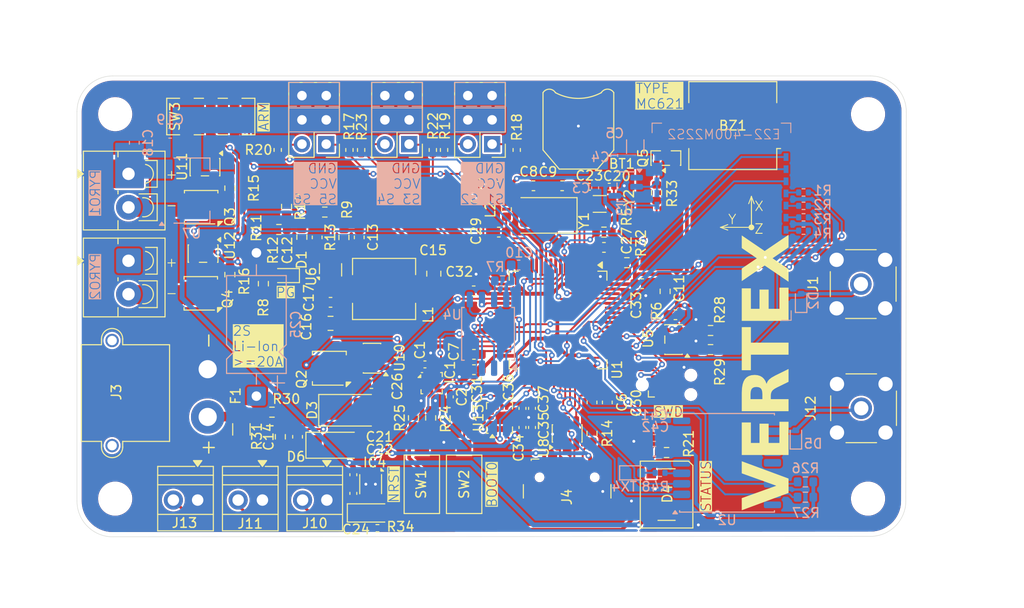
<source format=kicad_pcb>
(kicad_pcb (version 20241229) (generator "pcbnew") (generator_version "9.0")
  (layers (0 "F.Cu" signal) (4 "In1.Cu" signal) (6 "In2.Cu" signal) (2 "B.Cu" signal) (13 "F.Paste" user) (15 "B.Paste" user) (5 "F.SilkS" user "F.Silkscreen") (7 "B.SilkS" user "B.Silkscreen") (1 "F.Mask" user) (3 "B.Mask" user) (25 "Edge.Cuts" user))
  (net 0 "")
  (net 1 "+BATT")
  (net 2 "Net-(J6-Pin_2)")
  (net 3 "Net-(J5-Pin_2)")
  (net 4 "BMP_SCL")
  (net 5 "+3.3V")
  (net 6 "Net-(C24-+)")
  (net 7 "GND")
  (net 8 "BMP_SDA")
  (net 9 "LED")
  (net 10 "GPS_SCL")
  (net 11 "GPS_SDA")
  (net 12 "EEP_SDA")
  (net 13 "+3.3VB")
  (net 14 "Net-(U12-OUT)")
  (net 15 "Net-(Q4-G)")
  (net 16 "Net-(U6-EN)")
  (net 17 "VCC")
  (net 18 "BAT_VSENCE")
  (net 19 "Net-(D1-A)")
  (net 20 "Net-(U11-OUT)")
  (net 21 "Net-(Q3-G)")
  (net 22 "Net-(C13-Pad1)")
  (net 23 "Net-(U6-BST)")
  (net 24 "Net-(R10-Pad2)")
  (net 25 "Net-(U6-FB)")
  (net 26 "Net-(U1-NRST)")
  (net 27 "Net-(U1-BOOT0)")
  (net 28 "Net-(U4-~{HOLD}{slash}~{RESET}{slash}IO_{3})")
  (net 29 "Net-(J4-CC1)")
  (net 30 "TIM5_CH1")
  (net 31 "Net-(J7-Pin_2)")
  (net 32 "Net-(TX4-A)")
  (net 33 "Net-(U2-TIMEPULSE)")
  (net 34 "Net-(E22-400M22S2-NSS)")
  (net 35 "LORA_CS")
  (net 36 "TIM5_CH4")
  (net 37 "Net-(J8-Pin_2)")
  (net 38 "TIM5_CH3")
  (net 39 "Net-(J8-Pin_1)")
  (net 40 "LORA_MISO")
  (net 41 "Net-(E22-400M22S2-MISO)")
  (net 42 "LORA_MOSI")
  (net 43 "Net-(E22-400M22S2-MOSI)")
  (net 44 "LORA_SCK")
  (net 45 "Net-(E22-400M22S2-SCK)")
  (net 46 "TIM4_CH4")
  (net 47 "Net-(J9-Pin_2)")
  (net 48 "Net-(J9-Pin_1)")
  (net 49 "TIM4_CH3")
  (net 50 "TIM5_CH2")
  (net 51 "Net-(J7-Pin_1)")
  (net 53 "Net-(Q2-G)")
  (net 54 "Net-(D1-K)")
  (net 55 "Net-(U6-SS)")
  (net 56 "Net-(U6-SW)")
  (net 57 "Net-(J4-D--PadA7)")
  (net 58 "Net-(J4-D+-PadA6)")
  (net 59 "VBUS")
  (net 60 "EEP_SCL")
  (net 62 "/SENSORS/RXEN")
  (net 63 "/SENSORS/TXEN")
  (net 64 "PYRO_2")
  (net 65 "PYRO_1")
  (net 66 "BUZZ")
  (net 67 "Net-(IC4-ILM)")
  (net 68 "USB_DP")
  (net 69 "USB_DN")
  (net 70 "Net-(SW3B-B)")
  (net 71 "BMP_INT")
  (net 72 "IMU_MOSI")
  (net 73 "LORA_DIO1")
  (net 74 "+3.3VA")
  (net 75 "EEP_WP")
  (net 76 "Net-(U1-VCAP_1)")
  (net 78 "Net-(SW3A-B)")
  (net 79 "+5V")
  (net 80 "IMU_INT1")
  (net 81 "Net-(U1-VCAP_2)")
  (net 82 "GPS_TX")
  (net 83 "LORA_NRST")
  (net 85 "GPS_RX")
  (net 87 "IMU_SCK")
  (net 88 "FLASH_MOSI")
  (net 89 "LORA_IO0")
  (net 90 "IMU_MISO")
  (net 92 "IMU_CS")
  (net 94 "Net-(J3-Pin_2)")
  (net 95 "Net-(D5-A2)")
  (net 98 "FLASH_WP")
  (net 99 "FLASH_MISO")
  (net 110 "FLASH_CS")
  (net 111 "Net-(Q5-B)")
  (net 112 "Net-(BZ1--)")
  (net 113 "FLASH_SCK")
  (net 114 "SYS_SWDIO")
  (net 116 "SYS_SWCLK")
  (net 117 "SYS_SWO")
  (net 118 "OSC32_IN")
  (net 119 "OSC_IN")
  (net 120 "OSC_OUT")
  (net 121 "OSC32_OUT")
  (net 122 "Net-(D2-A2)")
  (net 124 "CAMERA_SWITCH")
  (footprint "Resistor_SMD:R_0603_1608Metric" (layer "F.Cu") (at 134.83 93.825 90)
    (property "Reference" "R33")
    (property "Value" "1k")
  )
  (footprint "Resistor_SMD:R_0402_1005Metric" (layer "F.Cu") (at 112.6 89.35 -90)
    (property "Reference" "R19")
    (property "Value" "100")
  )
  (footprint "Resistor_SMD:R_0402_1005Metric" (layer "F.Cu") (at 111.425 89.35 90)
    (property "Reference" "R22")
    (property "Value" "100")
  )
  (footprint "Package_TO_SOT_SMD:SOT-23" (layer "F.Cu") (at 135.8 90.2 90)
    (property "Reference" "Q5")
    (property "Value" "PMBT2222A")
  )
  (footprint "Capacitor_SMD:C_0603_1608Metric" (layer "F.Cu") (at 136.8 106.6)
    (property "Reference" "C11")
    (property "Value" "0.1uF")
  )
  (footprint "Button_Switch_SMD:SW_SPST_CK_RS282G05A3" (layer "F.Cu") (at 110.275 124.35 90)
    (property "Reference" "SW1")
    (property "Value" "NRST")
  )
  (footprint "Resistor_SMD:R_0603_1608Metric" (layer "F.Cu") (at 96.125 95.275 -90)
    (property "Reference" "R10")
    (property "Value" "40.2k")
  )
  (footprint "Resistor_SMD:R_0402_1005Metric" (layer "F.Cu") (at 103.925 89.35 -90)
    (property "Reference" "R23")
    (property "Value" "100")
  )
  (footprint "Connector_AMASS:AMASS_XT30PW-M_1x02_P2.50mm_Horizontal" (layer "F.Cu") (at 87.875 112.3 90)
    (property "Reference" "J3")
    (property "Value" "XT30")
  )
  (footprint "Capacitor_SMD:C_0603_1608Metric" (layer "F.Cu") (at 128.075 115.775 -90)
    (property "Reference" "C6")
    (property "Value" "2.2uF")
  )
  (footprint "Capacitor_SMD:C_0402_1005Metric" (layer "F.Cu") (at 129.88 93.2 180)
    (property "Reference" "C20")
    (property "Value" "22pF")
  )
  (footprint "Package_SON:Diodes_PowerDI3333-8" (layer "F.Cu") (at 100.6 112.2 180)
    (property "Reference" "Q2")
    (property "Value" "DMP3013SFV")
  )
  (footprint "MountingHole:MountingHole_3.2mm_M3" (layer "F.Cu") (at 78.2 125.85)
    (property "Reference" "H1" (hide yes))
    (property "Value" "MountingHole")
  )
  (footprint "Connector_Coaxial:SMA_Molex_73251-2200_Horizontal" (layer "F.Cu") (at 156.2 103.39 -90)
    (property "Reference" "J1")
    (property "Value" "Conn_Coaxial")
  )
  (footprint "Resistor_SMD:R_0603_1608Metric" (layer "F.Cu") (at 90.1925 93.35 -90)
    (property "Reference" "R15")
    (property "Value" "22R")
  )
  (footprint "Inductor_SMD:L_0603_1608Metric" (layer "F.Cu") (at 119.125 95.55 -90)
    (property "Reference" "L2")
    (property "Value" "L")
  )
  (footprint "TerminalBlock_4Ucon:TerminalBlock_4Ucon_1x02_P3.50mm_Vertical" (layer "F.Cu") (at 79.5925 91.85 -90)
    (property "Reference" "J5" (hide yes))
    (property "Value" "Conn_01x02")
  )
  (footprint "TerminalBlock:TerminalBlock_Xinya_XY308-2.54-2P_1x02_P2.54mm_Horizontal" (layer "F.Cu") (at 86.825 126 180)
    (property "Reference" "J13")
    (property "Value" "CAMERA_CONN_03")
  )
  (footprint "Package_LGA:ST_HLGA-10_2x2mm_P0.5mm_LayoutBorder3x2y" (layer "F.Cu") (at 111.3 113.7625)
    (property "Reference" "IC1")
    (property "Value" "BMP388")
  )
  (footprint "Crystal:Crystal_SMD_3215-2Pin_3.2x1.5mm" (layer "F.Cu") (at 128.875 95)
    (property "Reference" "Y2")
    (property "Value" "32.768 kHz")
  )
  (footprint "Resistor_SMD:R_0603_1608Metric" (layer "F.Cu") (at 97.725 98.475 90)
    (property "Reference" "R12")
    (property "Value" "20k")
  )
  (footprint "Package_TO_SOT_SMD:SOT-23-6" (layer "F.Cu") (at 125.475 119.025 90)
    (property "Reference" "U8")
    (property "Value" "USBLC6-2SC6")
  )
  (footprint "Resistor_SMD:R_0402_1005Metric" (layer "F.Cu") (at 95.2 89.35 -90)
    (property "Reference" "R20")
    (property "Value" "100")
  )
  (footprint "Capacitor_SMD:C_0402_1005Metric" (layer "F.Cu") (at 103.11 123.35 -90)
    (property "Reference" "C21")
    (property "Value" "0.1uF")
  )
  (footprint "Connector_Coaxial:SMA_Molex_73251-2200_Horizontal" (layer "F.Cu") (at 156.24 116.39 -90)
    (property "Reference" "J12")
    (property "Value" "Conn_Coaxial")
  )
  (footprint "Package_SON:VSON-8_3.3x3.3mm_P0.65mm_NexFET" (layer "F.Cu") (at 87.1925 95.35 180)
    (property "Reference" "Q3")
    (property "Value" "CSD17577Q3A")
  )
  (footprint "Capacitor_SMD:C_0603_1608Metric" (layer "F.Cu") (at 115.725 112.35 180)
    (property "Reference" "C31")
    (property "Value" "0.1uF")
  )
  (footprint "Resistor_SMD:R_0402_1005Metric" (layer "F.Cu") (at 120.2 89.35 90)
    (property "Reference" "R18")
    (property "Value" "100")
  )
  (footprint "Resistor_SMD:R_0603_1608Metric" (layer "F.Cu") (at 140.475 110.25 180)
    (property "Reference" "R29")
    (property "Value" "R")
  )
  (footprint "Capacitor_SMD:C_0603_1608Metric" (layer "F.Cu") (at 129.325 99.55)
    (property "Reference" "C27")
    (property "Value" "0.1uF")
  )
  (footprint "Capacitor_SMD:C_0603_1608Metric" (layer "F.Cu") (at 105 113.8)
    (property "Reference" "C26")
    (property "Value" "0.1uF")
  )
  (footprint "Capacitor_SMD:C_0402_1005Metric" (layer "F.Cu") (at 121.8 116.4 -90)
    (property "Reference" "C37")
    (property "Value" "100nF")
  )
  (footprint "Capacitor_SMD:C_0603_1608Metric" (layer "F.Cu") (at 133.325 103.35)
    (property "Reference" "C33")
    (property "Value" "0.1uF")
  )
  (footprint "Capacitor_SMD:C_0603_1608Metric" (layer "F.Cu") (at 118.325 97.95 180)
    (property "Reference" "C29")
    (property "Value" "0.1uF")
  )
  (footprint "LED_SMD:LED_SK6812_PLCC4_5.0x5.0mm_P3.2mm" (layer "F.Cu") (at 135.875 125.425 -90)
    (property "Reference" "D4")
    (property "Value" "SK6812")
  )
  (footprint "Capacitor_SMD:C_0603_1608Metric" (layer "F.Cu") (at 118.325 93.15 180)
    (property "Reference" "C28")
    (property "Value" "0.1uF")
  )
  (footprint "Resistor_SMD:R_0603_1608Metric" (layer "F.Cu") (at 128.075 119.025 90)
    (property "Reference" "R14")
    (property "Value" "4.7k")
  )
  (footprint "Capacitor_SMD:C_0402_1005Metric" (layer "F.Cu") (at 120.8 118.4 -90)
    (property "Reference" "C34")
    (property "Value" "100nF")
  )
  (footprint "Capacitor_Tantalum_SMD:CP_EIA-3216-10_Kemet-I" (layer "F.Cu") (at 104.8025 127.35)
    (property "Reference" "C24")
    (property "Value" "6TPF470MFH")
  )
  (footprint "LED_SMD:LED_0603_1608Metric" (layer "F.Cu") (at 95.9875 102.5 180)
    (property "Reference" "D1")
    (property "Value" "LED")
  )
  (footprint "Resistor_SMD:R_0603_1608Metric" (layer "F.Cu") (at 94.6 116.8)
    (property "Reference" "R30")
    (property "Value" "R")
  )
  (footprint "Package_TO_SOT_SMD:SOT-23-5" (layer "F.Cu") (at 136.6 109.2 180)
    (property "Reference" "U5")
    (property "Value" "24LC64")
  )
  (footprint "Capacitor_SMD:C_0402_1005Metric" (layer "F.Cu") (at 103.11 125.3 90)
    (property "Reference" "C22")
    (property "Value" "0.1uF")
  )
  (footprint "Buzzer_Beeper:Buzzer_CUI_CPT-9019S-SMT" (layer "F.Cu") (at 142.8 86.8 180)
    (property "Reference" "BZ1")
    (property "Value" "Buzzer")
  )
  (footprint "Resistor_SMD:R_0603_1608Metric" (layer "F.Cu") (at 111.2 117.4 90)
    (property "Reference" "R24")
    (property "Value" "R")
  )
  (footprint "Resistor_SMD:R_0603_1608Metric" (layer "F.Cu") (at 93.7 103.35 90)
    (property "Reference" "R8")
    (property "Value" "1k")
  )
  (footprint "Battery:BatteryHolder_Keystone_2998_1x6.8mm" (layer "F.Cu") (at 126.65 86.85)
    (property "Reference" "BT1")
    (property "Value" "MC621")
  )
  (footprint "Package_TO_SOT_SMD:SOT-583-8" (layer "F.Cu") (at 100.725 101.9 90)
    (property "Reference" "U6")
    (property "Value" "MP2331")
  )
  (footprint "Resistor_SMD:R_0603_1608Metric" (layer "F.Cu") (at 102.125 98.5 90)
    (property "Reference" "R13")
    (property "Value" "20R")
  )
  (footprint "Package_TO_SOT_SMD:TSOT-23-6" (layer "F.Cu") (at 105.0625 111.15 180)
    (property "Reference" "U10")
    (property "Value" "LTC4412")
  )
  (footprint "Capacitor_SMD:C_0603_1608Metric" (layer "F.Cu") (at 97.275 119.375 -90)
    (property "Reference" "C14")
    (property "Value" "0.1uF")
  )
  (footprint "Button_Switch_SMD:SW_DPDT_CK_JS202011JCQN" (layer "F.Cu") (at 88.2 85.85)
    (property "Reference" "SW3")
    (property "Value" "EG2219")
  )
  (footprint "Package_LGA:LGA-14_3x2.5mm_P0.5mm_LayoutBorder3x4y" (layer "F.Cu") (at 118.4 117.4 90)
    (property "Reference" "U13")
    (property "Value" "LSM6DSO")
    (property "VALUE" "LSM6DS0" (hide yes))
  )
  (footprint "TerminalBlock:TerminalBlock_Xinya_XY308-2.54-2P_1x02_P2.54mm_Horizontal" (layer "F.Cu") (at 93.6 126 180)
    (property "Reference" "J11")
    (property "Value" "CAMERA_CONN_02")
  )
  (footprint "Resistor_SMD:R_0603_1608Metric" (layer "F.Cu") (at 90.1925 102.4 -90)
    (property "Reference" "R16")
    (property "Value" "22R")
  )
  (footprint "Capacitor_SMD:C_0603_1608Metric" (layer "F.Cu") (at 99.325 98.5 90)
    (property "Reference" "C12")
    (property "Value" "6.8nF")
  )
  (footprint "Inductor_SMD:L_6.3x6.3_H3" (layer "F.Cu") (at 106.325 103.9)
    (property "Reference" "L1")
    (property "Value" "2.2uH")
  )
  (footprint "Capacitor_SMD:C_0402_1005Metric" (layer "F.Cu") (at 127.8 93.2)
    (property "Reference" "C23")
    (property "Value" "22pF")
  )
  (footprint "Resistor_SMD:R_0603_1608Metric" (layer "F.Cu") (at 135.725 104.15 -90)
    (property "Reference" "R6")
    (property "Value" "10k")
  )
  (footprint "TerminalBlock_4Ucon:TerminalBlock_4Ucon_1x02_P3.50mm_Vertical" (layer "F.Cu") (at 79.5925 100.95 -90)
    (property "Reference" "J6" (hide yes))
    (property "Value" "Conn_01x02")
  )
  (footprint "MountingHole:MountingHole_3.2mm_M3" (layer "F.Cu") (at 78.2 85.6)
    (property "Reference" "H2" (hide yes))
    (property "Value" "MountingHole")
  )
  (footprint "Resistor_SMD:R_0603_1608Metric" (layer "F.Cu") (at 95.475 119.375 -90)
    (property "Reference" "R31")
    (property "Value" "R")
  )
  (footprint "Package_SON:WSON-8-1EP_2x2mm_P0.5mm_EP0.9x1.6mm_ThermalVias" (layer "F.Cu") (at 104.92 124.34 -90)
    (property "Reference" "IC4")
    (property "Value" "TPS259531DSGR")
  )
  (footprint "Connector_PinHeader_2.54mm:PinHeader_2x03_P2.54mm_Vertical" (layer "F.Cu") (at 100.275 88.74 180)
    (property "Reference" "J9" (hide yes))
    (property "Value" "SERVO_CONN_02")
  )
  (footprint "Package_QFP:LQFP-64_10x10mm_P0.5mm" (layer "F.Cu") (at 124.525 107.15 -90)
    (property "Reference" "U1")
    (property "Value" "STM32F405RGTx")
  )
  (footprint "Resistor_SMD:R_0603_1608Metric" (layer "F.Cu") (at 95.325 97.675 180)
    (property "Reference" "R11")
    (property "Value" "13k")
  )
  (footprint "Capacitor_SMD:C_0603_1608Metric" (layer "F.Cu") (at 121.95 93.1)
    (property "Reference" "C8")
    (property "Value" "22pF")
  )
  (footprint "Connector:Tag-Connect_TC2030-IDC-NL_2x03_P1.27mm_Vertical" (layer "F.Cu") (at 135.875 113.94)
    (property "Reference" "J2" (hide yes))
    (property "Value" "TC2030")
  )
  (footprint "Capacitor_SMD:C_0402_1005Metric" (layer "F.Cu") (at 121.8 118.4 -90)
    (property "Reference" "C35")
    (property "Value" "10uF")
  )
  (footprint "Package_TO_SOT_SMD:SOT-23-5" (layer "F.Cu") (at 87.3925 100.2 -90)
    (property "Reference" "U12")
    (property "Value" "UCC27517A")
  )
  (footprint "Capacitor_SMD:C_0603_1608Metric" (layer "F.Cu") (at 103.725 98.5 -90)
    (property "Reference" "C13")
    (property "Value" "1uF")
  )
  (footprint "Resistor_SMD:R_0603_1608Metric" (layer "F.Cu") (at 109.4 117.4 90)
    (property "Reference" "R25")
    (property "Value" "R")
  )
  (footprint "MountingHole:MountingHole_3.2mm_M3" (layer "F.Cu") (at 156.95 125.85)
    (property "Reference" "H4" (hide yes))
    (property "Value" "MountingHole")
  )
  (footprint "Connector_PinHeader_2.54mm:PinHeader_2x03_P2.54mm_Vertical" (layer "F.Cu") (at 108.95 88.74 180)
    (property "Reference" "J8" (hide yes))
    (property "Value" "SERVO_CONN_02")
  )
  (footprint "Package_TO_SOT_SMD:SOT-23-5" (layer "F.Cu") (at 87.5925 91.15 -90)
    (property "Reference" "U11")
    (property "Value" "UCC27517A")
  )
  (footprint "Resistor_SMD:R_0402_1005Metric" (layer "F.Cu") (at 105.63 128.95)
    (property "Reference" "R34")
    (property "Value" "5k")
  )
  (footprint "Diode_SMD:D_SMA" (layer "F.Cu") (at 103 116.6)
    (property "Reference" "D3")
    (property "Value" "SS24")
  )
  (footprint "TerminalBlock:TerminalBlock_Xinya_XY308-2.54-2P_1x02_P2.54mm_Horizontal" (layer "F.Cu") (at 100.34 126 180)
    (property "Reference" "J10")
    (property "Value" "CAMERA_CONN_01")
  )
  (footprint "Diode_SMD:D_SOD-128" (layer "F.Cu") (at 101.31 120.26)
    (property "Reference" "D6")
    (property "Value" "3.6V")
  )
  (footprint "Resistor_SMD:R_0603_1608Metric" (layer "F.Cu") (at 131.725 101.15)
    (property "Reference" "R32")
    (property "Value" "0R")
  )
  (footprint "Connector_PinHeader_2.54mm:PinHeader_2x03_P2.54mm_Vertical" (layer "F.Cu") (at 117.625 88.74 180)
    (property "Reference" "J7" (hide yes))
    (property "Value" "SERVO_CONN_01")
  )
  (footprint "Capacitor_SMD:C_0603_1608Metric" (layer "F.Cu") (at 115.7 104.1 180)
    (property "Reference" "C32")
    (property "Value" "0.1uF")
  )
  (footprint "Capacitor_SMD:C_0603_1608Metric" (layer "F.Cu") (at 115.725 110.75 180)
    (property "Reference" "C7")
    (property "Value" "2.2uF")
  )
  (footprint "Resistor_SMD:R_0603_1608Metric" (layer "F.Cu") (at 140.475 108.25 180)
    (property "Reference" "R28")
    (property "Value" "R")
  )
  (footprint "Capacitor_SMD:C_0805_2012Metric" (layer "F.Cu") (at 100.725 107.5)
    (property "Reference" "C16")
    (property "Value" "22uF")
  )
  (footprint "Package_SON:VSON-8_3.3x3.3mm_P0.65mm_NexFET" (layer "F.Cu") (at 87.1525 104.37 180)
    (property "Reference" "Q4")
    (property "Value" "CSD17577Q3A")
  )
  (footprint "Capacitor_SMD:C_0402_1005Metric" (layer "F.Cu") (at 113.2 115.2 90)
    (property "Reference" "C2")
    (property "Value" "100nF")
  )
  (footprint "Resistor_SMD:R_0603_1608Metric" (layer "F.Cu") (at 100.125 95.85)
    (property "Reference" "R9")
    (property "Value" "604k")
  )
  (footprint "Capacitor_SMD:C_0402_1005Metric" (layer "F.Cu") (at 120.8 116.4 90)
    (property "Reference" "C36")
    (property "Value" "10uF")
  )
  (footprint "Connector_USB:USB_C_Receptacle_GCT_USB4110" (layer "F.Cu") (at 125.475 126.225)
    (property "Reference" "J4")
    (property "Value" "USB_C_Receptacle_USB2.0_16P")
  )
  (footprint "Resistor_SMD:R_0603_1608Metric" (layer "F.Cu") (at 129.325 97.95)
    (property "Reference" "R5")
    (property "Value" "10k")
  )
  (footprint "Crystal:Crystal_SMD_5032-2Pin_5.0x3.2mm" (layer "F.Cu") (at 123.4 96.2 180)
    (property "Reference" "Y1")
    (property "Value" "8mHz")
  )
  (footprint "Capacitor_SMD:C_0603_1608Metric" (layer "F.Cu") (at 129.675 115.775 -90)
    (property "Reference" "C30")
    (property "Value" "0.1uF")
  )
  (footprint "Capacitor_SMD:C_0603_1608Metric" (layer "F.Cu") (at 100.725 105.3)
    (property "Reference" "C17")
    (property "Value" "100nF")
  )
  (footprint "Capacitor_SMD:C_0402_1005Metric" (layer "F.Cu") (at 110.6 111.8 180)
    (property "Reference" "C1")
    (property "Value" "100nF")
  )
  (footprint "MountingHole:MountingHole_3.2mm_M3" (layer "F.Cu") (at 156.95 85.6)
    (property "Reference" "H3" (hide yes))
    (property "Value" "MountingHole")
  )
  (footprint "Capacitor_SMD:C_0805_2012Metric" (layer "F.Cu") (at 111.525 102.3 90)
    (property "Reference" "C15")
    (property "Value" "44uF")
  )
  (footprint "Fuse:Fuse_1206_3216Metric" (layer "F.Cu") (at 91.4 118.6 -90)
    (property "Reference" "F1")
    (property "Value" "Fuse")
  )
  (footprint "Capacitor_SMD:C_0603_1608Metric" (layer "F.Cu") (at 124.95 93.1 180)
    (property "Reference" "C9")
    (property "Value" "22pF")
  )
  (footprint "Resistor_SMD:R_0603_1608Metric" (layer "F.Cu") (at 135.875 121.025)
    (property "Reference" "R21")
    (property "Value" "10k")
  )
  (footprint "Button_Switch_SMD:SW_SPST_CK_RS282G05A3" (layer "F.Cu") (at 114.7 124.35 90)
    (property "Reference" "SW2")
    (property "Value" "BOOT0")
  )
  (footprint "Resistor_SMD:R_0402_1005Metric" (layer "F.Cu") (at 102.7 89.35 90)
    (property "Reference" "R17")
    (property "Value" "100")
  )
  (footprint "Package_SO:SOIC-8_5.3x5.3mm_P1.27mm" (layer "B.Cu") (at 117.2 108.6 90)
    (property "Reference" "U4")
    (property "Value" "W25Q32JVSS")
  )
  (footprint "Resistor_SMD:R_0402_1005Metric" (layer "B.Cu") (at 150.2 97.8 180)
    (property "Reference" "R4")
    (property "Value" "100Ω")
  )
  (footprint "E22-400M22S:E22-400M22S" (layer "B.Cu") (at 142.36675 83.820095 180)
    (property "Reference" "E22-400M22S2")
    (property "Value" "~")
  )
  (footprint "Capacitor_SMD:C_0402_1005Metric" (layer "B.Cu") (at 128.4 93.32 90)
    (property "Reference" "C3")
    (property "Value" "100nF")
  )
  (footprint "Resistor_SMD:R_0603_1608Metric" (layer "B.Cu") (at 150.4 124.1 180)
    (property "Reference" "R26")
    (property "Value" "R")
  )
  (footprint "Package_TO_SOT_SMD:SOT-223-3_TabPin2" (layer "B.Cu") (at 86.2 93.6)
    (property "Reference" "U7")
    (property "Value" "AMS1117-5.0")
  )
  (footprint "Resistor_SMD:R_0402_1005Metric" (layer "B.Cu") (at 150.2 93.8 180)
    (property "Reference" "R1")
    (property "Value" "100Ω")
  )
  (footprint "Capacitor_SMD:C_1206_3216Metric" (layer "B.Cu") (at 132.6 89 -90)
    (property "Reference" "C5")
    (property "Value" "47 µF")
  )
  (footprint "Capacitor_THT:CP_Axial_L10.0mm_D6.0mm_P15.00mm_Horizontal" (layer "B.Cu") (at 92.97 115.12 90)
    (property "Reference" "C25")
    (property "Value" "1000uF")
  )
  (footprint "RF_GPS:ublox_MAX" (layer "B.Cu") (at 142.2 122.1)
    (property "Reference" "U2")
    (property "Value" "MAX-M10S")
  )
  (footprint "Capacitor_SMD:C_0603_1608Metric" (layer "B.Cu") (at 80.2 88.6 90)
    (property "Reference" "C18")
    (property "Value" "10uF")
  )
  (footprint "Diode_SMD:D_SOD-523" (layer "B.Cu") (at 149.95 105.1 90)
    (property "Reference" "D2")
    (property "Value" "D_TVS")
  )
  (footprint "Capacitor_SMD:C_0603_1608Metric" (layer "B.Cu") (at 134.6 120.9 180)
    (property "Reference" "C42")
    (property "Value" "10uF")
  )
  (footprint "Package_TO_SOT_SMD:SOT-23-5" (layer "B.Cu") (at 131.6 93.2 180)
    (property "Reference" "U3")
    (property "Value" "74LVC1GU04")
  )
  (footprint "Diode_SMD:D_SOD-523" (layer "B.Cu") (at 149.4 119.4 90)
    (property "Reference" "D5")
    (property "Value" "D_TVS")
  )
  (footprint "Resistor_SMD:R_0402_1005Metric" (layer "B.Cu") (at 135.2 123.15)
    (property "Reference" "R48")
    (property "Value" "220Ω")
  )
  (footprint "Resistor_SMD:R_0603_1608Metric" (layer "B.Cu") (at 118.725 103.05)
    (property "Reference" "R7")
    (property "Value" "10k")
  )
  (footprint "Resistor_SMD:R_0402_1005Metric" (layer "B.Cu") (at 150.2 95.2 180)
    (property "Reference" "R2")
    (property "Value" "100Ω")
  )
  (footprint "Capacitor_SMD:C_0603_1608Metric" (layer "B.Cu") (at 120.4 101.4)
    (property "Reference" "C10")
    (property "Value" "0.1uF")
  )
  (footprint "Resistor_SMD:R_0402_1005Metric" (layer "B.Cu") (at 150.2 96.4 180)
    (property "Reference" "R3")
    (property "Value" "100Ω")
  )
  (footprint "Capacitor_SMD:C_0402_1005Metric" (layer "B.Cu") (at 134.6 119.5 180)
    (property "Reference" "C41")
    (property "Value" "100nF")
  )
  (footprint "Capacitor_SMD:C_0402_1005Metric" (layer "B.Cu") (at 130.4 89.92 -90)
    (property "Reference" "C4")
    (property "Value" "10µF")
  )
  (footprint "LED_SMD:LED_0603_1608Metric" (layer "B.Cu") (at 132.45 123.15)
    (property "Reference" "TX4")
    (property "Value" "XL-1608UBC-04")
  )
  (footprint "Capacitor_SMD:C_0603_1608Metric" (layer "B.Cu") (at 83.95 87.6 180)
    (property "Reference" "C19")
    (property "Value" "22uF")
  )
  (footprint "Resistor_SMD:R_0603_1608Metric" (layer "B.Cu") (at 150.4 125.7 180)
    (property "Reference" "R27")
    (property "Value" "R")
  )
  (gr_line (start 144.75 97.45) (end 144.75 94.2) (stroke (width 0.1)) (layer "F.SilkS"))
  (gr_line (start 141.5 97.45) (end 144.75 97.45) (stroke (width 0.1)) (layer "F.SilkS"))
  (gr_line (start 144.75 94.2) (end 144.75 97.45) (stroke (width 0.1)) (layer "F.SilkS"))
  (gr_circle (center 144.75 97.45) (end 144.5 97.45) (stroke (width 0.1)) (fill yes) (layer "F.SilkS"))
  (gr_rect (start 105.025 82.275) (end 110.35 84.775) (stroke (width 0.1) (type dash)) (fill no) (layer "B.SilkS"))
  (gr_rect (start 113.7 84.95) (end 119.025 87.45) (stroke (width 0.1)) (fill no) (layer "B.SilkS"))
  (gr_rect (start 105.025 84.95) (end 110.35 87.45) (stroke (width 0.1)) (fill no) (layer "B.SilkS"))
  (gr_rect (start 113.7 82.275) (end 119.025 84.775) (stroke (width 0.1) (type dash)) (fill no) (layer "B.SilkS"))
  (gr_rect (start 96.35 82.275) (end 101.675 84.775) (stroke (width 0.1) (type dash)) (fill no) (layer "B.SilkS"))
  (gr_rect (start 96.35 84.95) (end 101.675 87.45) (stroke (width 0.1)) (fill no) (layer "B.SilkS"))
  (gr_line (start 77.95 129.85) (end 157.2 129.8) (stroke (width 0.05)) (layer "Edge.Cuts"))
  (gr_line (start 77.95 81.6) (end 157.2 81.6) (stroke (width 0.05)) (layer "Edge.Cuts"))
  (gr_arc (start 157.2 81.6) (mid 159.85165 82.69835) (end 160.95 85.35) (stroke (width 0.05)) (layer "Edge.Cuts"))
  (gr_arc (start 74.2 85.35) (mid 75.29835 82.69835) (end 77.95 81.6) (stroke (width 0.05)) (layer "Edge.Cuts"))
  (gr_line (start 160.95 85.35) (end 160.9 126.1) (stroke (width 0.05)) (layer "Edge.Cuts"))
  (gr_line (start 74.2 85.35) (end 74.2 126.1) (stroke (width 0.05)) (layer "Edge.Cuts"))
  (gr_arc (start 160.9 126.1) (mid 159.816295 128.716295) (end 157.2 129.8) (stroke (width 0.05)) (layer "Edge.Cuts"))
  (gr_arc (start 77.95 129.85) (mid 75.29835 128.75165) (end 74.2 126.1) (stroke (width 0.05)) (layer "Edge.Cuts"))
  (gr_text "+\n\n-" (at 83.4125 104.9 0) (layer "F.SilkS") (effects (font (size 1 1) (thickness 0.1)) (justify left bottom)))
  (gr_text "<" (at 144.24 93.91 270) (layer "F.SilkS") (effects (font (size 1 1) (thickness 0.1)) (justify left bottom)))
  (gr_text "TYPE\nMC621" (at 132.6 85.1 0) (layer "F.SilkS" knockout) (effects (font (size 1 1) (thickness 0.1)) (justify left bottom)))
  (gr_text "VERTEX" (at 149.45 127.1 90) (layer "F.SilkS") (effects (font (size 4.8 4.8) (thickness 0.3) (bold yes)) (justify left bottom)))
  (gr_text "X" (at 145 95.825 0) (layer "F.SilkS") (effects (font (size 1 1) (thickness 0.1)) (justify left bottom)))
  (gr_text "PG" (at 94.95 104.85 0) (layer "F.SilkS" knockout) (effects (font (size 1 1) (thickness 0.1)) (justify left bottom)))
  (gr_text "Y" (at 142.25 97.2 0) (layer "F.SilkS") (effects (font (size 1 1) (thickness 0.1)) (justify left bottom)))
  (gr_text "BOOT0" (at 118.2 126.85 90) (layer "F.SilkS" knockout) (effects (font (size 1 1) (thickness 0.1)) (justify left bottom)))
  (gr_text "SWD" (at 134.45 117.35 0) (layer "F.SilkS" knockout) (effects (font (size 1 1) (thickness 0.1)) (justify left bottom)))
  (gr_text "Z" (at 145 98.2 0) (layer "F.SilkS") (effects (font (size 1 1) (thickness 0.1)) (justify left bottom)))
  (gr_text "<" (at 141.21 97.96 0) (layer "F.SilkS") (effects (font (size 1 1) (thickness 0.1)) (justify left bottom)))
  (gr_text "NRST" (at 107.95 126.35 90) (layer "F.SilkS" knockout) (effects (font (size 1 1) (thickness 0.1)) (justify left bottom)))
  (gr_text "ARM" (at 94.34 87.42 90) (layer "F.SilkS" knockout) (effects (font (size 1 1) (thickness 0.1)) (justify left bottom)))
  (gr_text "+\n\n-" (at 83.4125 95.7 0) (layer "F.SilkS") (effects (font (size 1 1) (thickness 0.1)) (justify left bottom)))
  (gr_text "STATUS" (at 140.593611 127.272818 90) (layer "F.SilkS" knockout) (effects (font (size 1 1) (thickness 0.1)) (justify left bottom)))
  (gr_text "2S\nLi-Ion\n>=20A" (at 90.45 112.1 0) (layer "F.SilkS" knockout) (effects (font (size 1 1) (thickness 0.1)) (justify left bottom)))
  (gr_text "GND\nVCC\nS1 S2\n" (at 118.95 95.1 0) (layer "B.SilkS" knockout) (effects (font (size 1 1) (thickness 0.1)) (justify left bottom mirror)))
  (gr_text "PYRO1" (at 76.7 91.35 90) (layer "B.SilkS" knockout) (effects (font (size 1 1) (thickness 0.1)) (justify left bottom mirror)))
  (gr_text "GND\nVCC\nS3 S4" (at 110.2 95.1 0) (layer "B.SilkS" knockout) (effects (font (size 1 1) (thickness 0.1)) (justify left bottom mirror)))
  (gr_text "PYRO2" (at 76.7 100.1 90) (layer "B.SilkS" knockout) (effects (font (size 1 1) (thickness 0.1)) (justify left bottom mirror)))
  (gr_text "GND\nVCC\nS5 S6" (at 101.45 95.1 0) (layer "B.SilkS" knockout) (effects (font (size 1 1) (thickness 0.1)) (justify left bottom mirror)))
  (segment (start 106.2 112.1) (end 107.45 112.1) (width 0.2) (layer "F.Cu") (net 1))
  (segment (start 107.95 109.35) (end 107.7 109.1) (width 0.2) (layer "F.Cu") (net 1))
  (segment (start 107.95 111.6) (end 107.95 109.35) (width 0.2) (layer "F.Cu") (net 1))
  (segment (start 107.45 112.1) (end 107.95 111.6) (width 0.2) (layer "F.Cu") (net 1))
  (via (at 107.7 109.1) (size 0.6) (drill 0.3) (layers "F.Cu" "B.Cu") (net 1))
  (via (at 98.2 111.85) (size 0.6) (drill 0.3) (layers "F.Cu" "B.Cu") (net 1))
  (segment (start 80.1425 91.3) (end 79.5925 91.85) (width 0.1) (layer "B.Cu") (net 1))
  (segment (start 100.95 109.1) (end 98.2 111.85) (width 0.2) (layer "B.Cu") (net 1))
  (segment (start 107.7 109.1) (end 100.95 109.1) (width 0.2) (layer "B.Cu") (net 1))
  (segment (start 79.585 104.5) (end 86.8 104.5) (width 2) (layer "F.Cu") (net 2))
  (segment (start 79.5925 95.35) (end 86.8075 95.35) (width 2) (layer "F.Cu") (net 3))
  (segment (start 109.4 115.15) (end 109.4 116.575) (width 0.2) (layer "F.Cu") (net 4))
  (segment (start 109.4 111.15) (end 111.15 109.4) (width 0.2) (layer "F.Cu") (net 4))
  (segment (start 109.7875 114.0125) (end 109.4 114.4) (width 0.2) (layer "F.Cu") (net 4))
  (segment (start 109.4 114.4) (end 109.4 115.15) (width 0.2) (layer "F.Cu") (net 4))
  (segment (start 109.4 115.15) (end 109.4 111.15) (width 0.2) (layer "F.Cu") (net 4))
  (segment (start 111.15 109.4) (end 118.85 109.4) (width 0.2) (layer "F.Cu") (net 4))
  (segment (start 110.5375 114.0125) (end 109.7875 114.0125) (width 0.2) (layer "F.Cu") (net 4))
  (segment (start 120.8 118.88) (end 120.369265 118.88) (width 0.381) (layer "F.Cu") (net 5))
  (segment (start 121.8 118.88) (end 122.17 118.88) (width 0.381) (layer "F.Cu") (net 5))
  (segment (start 121.825 109.1) (end 123.95 109.1) (width 0.381) (layer "F.Cu") (net 5))
  (segment (start 129.675 114.475) (end 129.675 115) (width 0.381) (layer "F.Cu") (net 5))
  (segment (start 120.8 115.92) (end 119.4675 115.92) (width 0.381) (layer "F.Cu") (net 5))
  (segment (start 110.9125 113.5125) (end 110.5375 113.5125) (width 0.381) (layer "F.Cu") (net 5))
  (segment (start 118.35 128.25) (end 114.7 128.25) (width 0.381) (layer "F.Cu") (net 5))
  (segment (start 116 103.25) (end 116.9 104.15) (width 0.381) (layer "F.Cu") (net 5))
  (segment (start 110.8 113) (end 110.8 113.4) (width 0.381) (layer "F.Cu") (net 5))
  (segment (start 136.95 103.1) (end 138 102.05) (width 0.381) (layer "F.Cu") (net 5))
  (segment (start 137.773527 105.625) (end 137 105.625) (width 0.381) (layer "F.Cu") (net 5))
  (segment (start 136.95 105.675) (end 136.95 103.1) (width 0.381) (layer "F.Cu") (net 5))
  (segment (start 111.4125 114.0125) (end 110.9125 113.5125) (width 0.381) (layer "F.Cu") (net 5))
  (segment (start 118.85 104.4) (end 117.15 104.4) (width 0.381) (layer "F.Cu") (net 5))
  (segment (start 123.9 104.4) (end 122.65 104.4) (width 0.381) (layer "F.Cu") (net 5))
  (segment (start 130.2 103.4) (end 132.5 103.4) (width 0.381) (layer "F.Cu") (net 5))
  (segment (start 132.55 102.75) (end 132.55 103.35) (width 0.381) (layer "F.Cu") (net 5))
  (segment (start 119.4675 115.92) (end 119.15 116.2375) (width 0.381) (layer "F.Cu") (net 5))
  (segment (start 113.005 114.525) (end 113.2 114.72) (width 0.381) (layer "F.Cu") (net 5))
  (segment (start 120.025 110.9) (end 121.825 109.1) (width 0.381) (layer "F.Cu") (net 5))
  (segment (start 141.2 127.6) (end 140.95 127.6) (width 0.381) (layer "F.Cu") (net 5))
  (segment (start 113.125 114.1) (end 112.7 114.525) (width 0.381) (layer "F.Cu") (net 5))
  (segment (start 117.95 110.9) (end 116.5 112.35) (width 0.381) (layer "F.Cu") (net 5))
  (segment (start 137.773527 105.625) (end 138.45 105.625) (width 0.381) (layer "F.Cu") (net 5))
  (segment (start 122.45 118.6) (end 122.45 116.57) (width 0.381) (layer "F.Cu") (net 5))
  (segment (start 131.2 129.1) (end 119.2 129.1) (width 0.381) (layer "F.Cu") (net 5))
  (segment (start 96.125 94.45) (end 104.55 94.45) (width 0.381) (layer "F.Cu") (net 5))
  (segment (start 113.35 114.1) (end 113.125 114.1) (width 0.381) (layer "F.Cu") (net 5))
  (segment (start 128.275 112.825) (end 128.275 112.075735) (width 0.381) (layer "F.Cu") (net 5))
  (segment (start 136.3 108.25) (end 136.45 108.1) (width 0.381) (layer "F.Cu") (net 5))
  (segment (start 111.8 114.525) (end 111.8 114.260652) (width 0.381) (layer "F.Cu") (net 5))
  (segment (start 109.075 98.975) (end 109.075 103.9) (width 0.381) (layer "F.Cu") (net 5))
  (segment (start 122.45 116.57) (end 121.8 115.92) (width 0.381) (layer "F.Cu") (net 5))
  (segment (start 135.4625 108.25) (end 136.3 108.25) (width 0.381) (layer "F.Cu") (net 5))
  (segment (start 134.18 115) (end 129.675 115) (width 0.381) (layer "F.Cu") (net 5))
  (segment (start 110.875 103.9) (end 111.525 103.25) (width 0.381) (layer "F.Cu") (net 5))
  (segment (start 117.15 104.4) (end 116.9 104.15) (width 0.381) (layer "F.Cu") (net 5))
  (segment (start 139.2 127.85) (end 138.174 126.824) (width 0.381) (layer "F.Cu") (net 5))
  (segment (start 138 102.05) (end 138 92.6) (width 0.381) (layer "F.Cu") (net 5))
  (segment (start 124.45 108.6) (end 124.45 109.85) (width 0.381) (layer "F.Cu") (net 5))
  (segment (start 138.174 126.824) (end 133.476 126.824) (width 0.381) (layer "F.Cu") (net 5))
  (segment (start 122.374 118.676) (end 122.45 118.6) (width 0.381) (layer "F.Cu") (net 5))
  (segment (start 114.7 128.25) (end 114.7 127.35) (width 0.381) (layer "F.Cu") (net 5))
  (segment (start 109.075 103.9) (end 110.875 103.9) (width 0.381) (layer "F.Cu") (net 5))
  (segment (start 111.2 118.225) (end 109.4 118.225) (width 0.381) (layer "F.Cu") (net 5))
  (segment (start 118.85 110.9) (end 117.95 110.9) (width 0.381) (layer "F.Cu") (net 5))
  (segment (start 125.45 110.85) (end 126.7 110.85) (width 0.381) (layer "F.Cu") (net 5))
  (segment (start 116.5 112.55) (end 114.95 114.1) (width 0.381) (layer "F.Cu") (net 5))
  (segment (start 132.55 101.15) (end 132.55 100.35) (width 0.381) (layer "F.Cu") (net 5))
  (segment (start 138 92.6) (end 143.8 86.8) (width 0.381) (layer "F.Cu") (net 5))
  (segment (start 132.55 101.15) (end 132.55 103.35) (width 0.381) (layer "F.Cu") (net 5))
  (segment (start 119.2 129.1) (end 118.35 128.25) (width 0.381) (layer "F.Cu") (net 5))
  (segment (start 121.8 115.92) (end 120.8 115.92) (width 0.381) (layer "F.Cu") (net 5))
  (segment (start 130.15 97.65) (end 130.45 97.35) (width 0.381) (layer "F.Cu") (net 5))
  (segment (start 136.025 106.6) (end 136.95 105.675) (width 0.381) (layer "F.Cu") (net 5))
  (segment (start 124.45 105.65) (end 123.2 104.4) (width 0.381) (layer "F.Cu") (net 5))
  (segment (start 119.1 93.15) (end 119.4 93.15) (width 0.381) (layer "F.Cu") (net 5))
  (segment (start 132.5 103.4) (end 132.55 103.35) (width 0.381) (layer "F.Cu") (net 5))
  (segment (start 110.12 112.52) (end 110.12 111.8) (width 0.381) (layer "F.Cu") (net 5))
  (segment (start 129.4 114.2) (end 129.675 114.475) (width 0.381) (layer "F.Cu") (net 5))
  (segment (start 124.45 109.85) (end 125.45 110.85) (width 0.381) (layer "F.Cu") (net 5))
  (segment (start 121.25 104.4) (end 120.2 103.35) (width 0.381) (layer "F.Cu") (net 5))
  (segment (start 110.8 113.4) (end 110.9125 113.5125) (width 0.381) (layer "F.Cu") (net 5))
  (segment (start 138.675 105.625) (end 141.3 108.25) (width 0.381) (layer "F.Cu") (net 5))
  (segment (start 143.8 86.8) (end 146.8 86.8) (width 0.381) (layer "F.Cu") (net 5))
  (segment (start 108.95 118.675) (end 109.4 118.225) (width 0.381) (layer "F.Cu") (net 5))
  (segment (start 119.125 94.7625) (end 119.125 93.175) (width 0.381) (layer "F.Cu") (net 5))
  (segment (start 132.55 100.35) (end 130.15 97.95) (width 0.381) (layer "F.Cu") (net 5))
  (segment (start 133.476 126.824) (end 131.2 129.1) (width 0.381) (layer "F.Cu") (net 5))
  (segment (start 119.3125 117.9) (end 119.82 117.9) (width 0.381) (layer "F.Cu") (net 5))
  (segment (start 124.9 103.4) (end 123.9 104.4) (width 0.381) (layer "F.Cu") (net 5))
  (segment (start 140.7 127.85) (end 139.2 127.85) (width 0.381) (layer "F.Cu") (net 5))
  (segment (start 130.2 103.4) (end 124.9 103.4) (width 0.381) (layer "F.Cu") (net 5))
  (segment (start 140.95 127.6) (end 140.7 127.85) (width 0.381) (layer "F.Cu") (net 5))
  (segment (start 122.17 118.88) (end 122.374 118.676) (width 0.381) (layer "F.Cu") (net 5))
  (segment (start 112.0625 114.0125) (end 111.4125 114.0125) (width 0.381) (layer "F.Cu") (net 5))
  (segment (start 132.95 102.35) (end 132.55 102.75) (width 0.381) (layer "F.Cu") (net 5))
  (segment (start 138.45 105.625) (end 138.675 105.625) (width 0.381) (layer "F.Cu") (net 5))
  (segment (start 124.45 108.6) (end 124.45 105.65) (width 0.381) (layer "F.Cu") (net 5))
  (segment (start 136.2 102.35) (end 132.95 102.35) (width 0.381) (layer "F.Cu") (net 5))
  (segment (start 104.55 94.45) (end 109.075 98.975) (width 0.381) (layer "F.Cu") (net 5))
  (segment (start 116.5 112.35) (end 116.5 112.55) (width 0.381) (layer "F.Cu") (net 5))
  (segment (start 137 105.625) (end 136.95 105.675) (width 0.381) (layer "F.Cu") (net 5))
  (segment (start 111.8 114.260652) (end 111.551848 114.0125) (width 0.381) (layer "F.Cu") (net 5))
  (segment (start 128.275 112.075735) (end 128.650735 111.7) (width 0.381) (layer "F.Cu") (net 5))
  (segment (start 123.95 109.1) (end 124.45 108.6) (width 0.381) (layer "F.Cu") (net 5))
  (segment (start 112.7 114.525) (end 113.005 114.525) (width 0.381) (layer "F.Cu") (net 5))
  (segment (start 128.275 112.825) (end 128.275 113.675) (width 0.381) (layer "F.Cu") (net 5))
  (segment (start 122.65 104.4) (end 118.85 104.4) (width 0.381) (layer "F.Cu") (net 5))
  (segment (start 114.7 127.35) (end 108.95 121.6) (width 0.381) (layer "F.Cu") (net 5))
  (segment (start 111.575 118.225) (end 112.45 117.35) (width 0.381) (layer "F.Cu") (net 5))
  (segment (start 110.6 113) (end 110.12 112.52) (width 0.381) (layer "F.Cu") (net 5))
  (segment (start 118.85 110.9) (end 120.025 110.9) (width 0.381) (layer "F.Cu") (net 5))
  (segment (start 119.4 93.15) (end 120.2 92.35) (width 0.381) (layer "F.Cu") (net 5))
  (segment (start 136.95 103.1) (end 136.2 102.35) (width 0.381) (layer "F.Cu") (net 5))
  (segment (start 134.605 114.575) (end 134.18 115) (width 0.381) (layer "F.Cu") (net 5))
  (segment (start 120.8 118.88) (end 121.8 118.88) (width 0.381) (layer "F.Cu") (net 5))
  (segment (start 120.2 103.35) (end 120.2 102.675) (width 0.381) (layer "F.Cu") (net 5))
  (segment (start 120.369265 118.88) (end 119.999265 119.25) (width 0.381) (layer "F.Cu") (net 5))
  (segment (start 141.3 110.25) (end 141.3 108.25) (width 0.381) (layer "F.Cu") (net 5))
  (segment (start 111.8 114.525) (end 112.7 114.525) (width 0.381) (layer "F.Cu") (net 5))
  (segment (start 110.8 113) (end 110.6 113) (width 0.381) (layer "F.Cu") (net 5))
  (segment (start 123.2 104.4) (end 122.65 104.4) (width 0.381) (layer "F.Cu") (net 5))
  (segment (start 108.95 121.6) (end 108.95 118.675) (width 0.381) (layer "F.Cu") (net 5))
  (segment (start 111.525 103.25) (end 116 103.25) (width 0.381) (layer "F.Cu") (net 5))
  (segment (start 130.15 97.95) (end 130.15 97.65) (width 0.381) (layer "F.Cu") (net 5))
  (segment (start 119.125 93.175) (end 119.1 93.15) (width 0.381) (layer "F.Cu") (net 5))
  (segment (start 122.65 104.4) (end 121.25 104.4) (width 0.381) (layer "F.Cu") (net 5))
  (segment (start 128.275 113.675) (end 128.8 114.2) (width 0.381) (layer "F.Cu") (net 5))
  (segment (start 119.82 117.9) (end 120.8 118.88) (width 0.381) (layer "F.Cu") (net 5))
  (segment (start 120.2 102.675) (end 119.625 102.1) (width 0.381) (layer "F.Cu") (net 5))
  (segment (start 111.551848 114.0125) (end 111.4125 114.0125) (width 0.381) (layer "F.Cu") (net 5))
  (segment (start 128.8 114.2) (end 129.4 114.2) (width 0.381) (layer "F.Cu") (net 5))
  (segment (start 111.2 118.225) (end 111.575 118.225) (width 0.381) (layer "F.Cu") (net 5))
  (via (at 137.773527 105.625) (size 0.6) (drill 0.3) (layers "F.Cu" "B.Cu") (net 5))
  (via (at 112.45 117.35) (size 0.6) (drill 0.3) (layers "F.Cu" "B.Cu") (net 5))
  (via (at 113.35 114.1) (size 0.6) (drill 0.3) (layers "F.Cu" "B.Cu") (net 5))
  (via (at 136.45 108.1) (size 0.6) (drill 0.3) (layers "F.Cu" "B.Cu") (net 5))
  (via (at 128.650735 111.7) (size 0.6) (drill 0.3) (layers "F.Cu" "B.Cu") (net 5))
  (via (at 126.7 110.85) (size 0.6) (drill 0.3) (layers "F.Cu" "B.Cu") (net 5))
  (via (at 119.625 102.1) (size 0.6) (drill 0.3) (layers "F.Cu" "B.Cu") (net 5))
  (via (at 120.2 92.35) (size 0.6) (drill 0.3) (layers "F.Cu" "B.Cu") (net 5))
  (via (at 114.95 114.1) (size 0.6) (drill 0.3) (layers "F.Cu" "B.Cu") (net 5))
  (via (at 141.2 127.6) (size 0.6) (drill 0.3) (layers "F.Cu" "B.Cu") (net 5))
  (via (at 130.45 97.35) (size 0.6) (drill 0.3) (layers "F.Cu" "B.Cu") (net 5))
  (via (at 119.999265 119.25) (size 0.6) (drill 0.3) (layers "F.Cu" "B.Cu") (net 5))
  (segment (start 129.45 94.85) (end 129.45 93.2625) (width 0.381) (layer "B.Cu") (net 5))
  (segment (start 138.95 121.4) (end 138.55 121) (width 0.381) (layer "B.Cu") (net 5))
  (segment (start 120.2 92.35) (end 120.3 92.25) (width 0.381) (layer "B.Cu") (net 5))
  (segment (start 140.2 127.6) (end 138.95 126.35) (width 0.381) (layer "B.Cu") (net 5))
  (segment (start 129.45 93.2625) (end 130.4625 92.25) (width 0.381) (layer "B.Cu") (net 5))
  (segment (start 138.95 126.35) (end 138.95 121.4) (width 0.381) (layer "B.Cu") (net 5))
  (segment (start 138.2 106.051473) (end 137.773527 105.625) (width 0.381) (layer "B.Cu") (net 5))
  (segment (start 138.55 121) (end 137.45 121) (width 0.381) (layer "B.Cu") (net 5))
  (segment (start 130.45 97.35) (end 130.45 95.85) (width 0.381) (layer "B.Cu") (net 5))
  (segment (start 126.7 110.85) (end 127.800735 110.85) (width 0.381) (layer "B.Cu") (net 5))
  (segment (start 112.45 117.35) (end 112.45 114.85) (width 0.381) (layer "B.Cu") (net 5))
  (segment (start 130.45 95.85) (end 129.45 94.85) (width 0.381) (layer "B.Cu") (net 5))
  (segment (start 141.2 127.6) (end 140.2 127.6) (width 0.381) (layer "B.Cu") (net 5))
  (segment (start 115.45 120.35) (end 112.45 117.35) (width 0.381) (layer "B.Cu") (net 5))
  (segment (start 119.999265 119.25) (end 118.899265 120.35) (width 0.381) (layer "B.Cu") (net 5))
  (segment (start 136.95 108.1) (end 138.2 106.85) (width 0.381) (layer "B.Cu") (net 5))
  (segment (start 119.625 101.4) (end 119.625 102.1) (width 0.381) (layer "B.Cu") (net 5))
  (segment (start 114.95 114.1) (end 113.35 114.1) (width 0.381) (layer "B.Cu") (net 5))
  (segment (start 113.2 114.1) (end 113.35 114.1) (width 0.381) (layer "B.Cu") (net 5))
  (segment (start 119.625 102.975) (end 119.55 103.05) (width 0.381) (layer "B.Cu") (net 5))
  (segment (start 112.45 114.85) (end 113.2 114.1) (width 0.381) (layer "B.Cu") (net 5))
  (segment (start 151.225 126.825) (end 151.225 125.7) (width 0.381) (layer "B.Cu") (net 5))
  (segment (start 127.800735 110.85) (end 128.650735 111.7) (width 0.381) (layer "B.Cu") (net 5))
  (segment (start 119.105 103.495) (end 119.55 103.05) (width 0.381) (layer "B.Cu") (net 5))
  (segment (start 150.45 127.6) (end 151.225 126.825) (width 0.381) (layer "B.Cu") (net 5))
  (segment (start 138.2 106.85) (end 138.2 106.051473) (width 0.381) (layer "B.Cu") (net 5))
  (segment (start 136.45 108.1) (end 136.95 108.1) (width 0.381) (layer "B.Cu") (net 5))
  (segment (start 119.625 102.1) (end 119.625 102.975) (width 0.381) (layer "B.Cu") (net 5))
  (segment (start 151.225 124.1) (end 151.225 125.7) (width 0.381) (layer "B.Cu") (net 5))
  (segment (start 141.2 127.6) (end 150.45 127.6) (width 0.381) (layer "B.Cu") (net 5))
  (segment (start 118.899265 120.35) (end 115.45 120.35) (width 0.381) (layer "B.Cu") (net 5))
  (segment (start 119.105 105.0125) (end 119.105 103.495) (width 0.381) (layer "B.Cu") (net 5))
  (segment (start 120.3 92.25) (end 130.4625 92.25) (width 0.381) (layer "B.Cu") (net 5))
  (segment (start 97.8 126) (end 97.8 126.54) (width 0.1) (layer "F.Cu") (net 6))
  (segment (start 98.7 127.44) (end 91.95 127.44) (width 0.3) (layer "F.Cu") (net 6))
  (segment (start 91.06 126) (end 91.06 126.55) (width 0.1) (layer "F.Cu") (net 6))
  (segment (start 91.95 127.44) (end 85.725 127.44) (width 0.3) (layer "F.Cu") (net 6))
  (segment (start 103.68 125.78) (end 103.11 125.78) (width 0.3) (layer "F.Cu") (net 6))
  (segment (start 103.11 125.78) (end 103.11 127.15) (width 0.3) (layer "F.Cu") (net 6))
  (segment (start 103.11 127.15) (end 103.4 127.44) (width 0.1) (layer "F.Cu") (net 6))
  (segment (start 104.17 125.29) (end 103.68 125.78) (width 0.3) (layer "F.Cu") (net 6))
  (segment (start 97.8 126.54) (end 98.7 127.44) (width 0.3) (layer "F.Cu") (net 6))
  (segment (start 85.725 127.44) (end 84.285 126) (width 0.3) (layer "F.Cu") (net 6))
  (segment (start 103.4 127.44) (end 98.7 127.44) (width 0.3) (layer "F.Cu") (net 6))
  (segment (start 91.06 126.55) (end 91.95 127.44) (width 0.3) (layer "F.Cu") (net 6))
  (segment (start 132.2 104.6) (end 133.7 104.6) (width 0.1) (layer "F.Cu") (net 7))
  (segment (start 117.5 103.9) (end 115.95 102.35) (width 0.1) (layer "F.Cu") (net 7))
  (segment (start 130.2 103.9) (end 131.5 103.9) (width 0.1) (layer "F.Cu") (net 7))
  (segment (start 131.5 103.9) (end 132.2 104.6) (width 0.1) (layer "F.Cu") (net 7))
  (segment (start 118.85 103.9) (end 117.5 103.9) (width 0.1) (layer "F.Cu") (net 7))
  (segment (start 125.475 119.500001) (end 125.074999 119.1) (width 0.2) (layer "F.Cu") (net 7))
  (segment (start 125.475 120.1625) (end 125.475 119.500001) (width 0.2) (layer "F.Cu") (net 7))
  (segment (start 125.074999 119.1) (end 123.95 119.1) (width 0.2) (layer "F.Cu") (net 7))
  (segment (start 95.475 120.2) (end 95.525 120.15) (width 0.2) (layer "F.Cu") (net 7))
  (via (at 139.2 128.6) (size 0.6) (drill 0.3) (layers "F.Cu" "B.Cu") (net 7))
  (via (at 112.575 119.95) (size 0.6) (drill 0.3) (layers "F.Cu" "B.Cu") (net 7))
  (via (at 132.2 126.1) (size 0.6) (drill 0.3) (layers "F.Cu" "B.Cu") (net 7))
  (via (at 128.95 102.6) (size 0.6) (drill 0.3) (layers "F.Cu" "B.Cu") (net 7))
  (via (at 129.2 125.1) (size 0.6) (drill 0.3) (layers "F.Cu" "B.Cu") (net 7))
  (via (at 133.7 104.6) (size 0.6) (drill 0.3) (layers "F.Cu" "B.Cu") (net 7))
  (via (at 126.65 86.85) (size 0.6) (drill 0.3) (layers "F.Cu" "B.Cu") (net 7))
  (via (at 110.2 115.6) (size 0.6) (drill 0.3) (layers "F.Cu" "B.Cu") (net 7))
  (via (at 138.95 107.1) (size 0.6) (drill 0.3) (layers "F.Cu" "B.Cu") (net 7))
  (via (at 138.95 109.35) (size 0.6) (drill 0.3) (layers "F.Cu" "B.Cu") (net 7))
  (via (at 115.95 102.35) (size 0.6) (drill 0.3) (layers "F.Cu" "B.Cu") (net 7))
  (via (at 134.7 124.85) (size 0.6) (drill 0.3) (layers "F.Cu" "B.Cu") (net 7))
  (via (at 131.45 93.1) (size 0.6) (drill 0.3) (layers "F.Cu" "B.Cu") (net 7))
  (via (at 123.95 119.1) (size 0.6) (drill 0.3) (layers "F.Cu" "B.Cu") (net 7))
  (via (at 114.2 113.1) (size 0.6) (drill 0.3) (layers "F.Cu" "B.Cu") (net 7))
  (via (at 111.2 110.6) (size 0.6) (drill 0.3) (layers "F.Cu" "B.Cu") (net 7))
  (via (at 132.45 119.85) (size 0.6) (drill 0.3) (layers "F.Cu" "B.Cu") (net 7))
  (via (at 121.45 117.35) (size 0.6) (drill 0.3) (layers "F.Cu" "B.Cu") (net 7))
  (via (at 137.7 112.1) (size 0.6) (drill 0.3) (layers "F.Cu" "B.Cu") (net 7))
  (via (at 111.7 115.6) (size 0.6) (drill 0.3) (layers "F.Cu" "B.Cu") (net 7))
  (via (at 123.025 90.8) (size 0.6) (drill 0.3) (layers "F.Cu" "B.Cu") (net 7))
  (segment (start 149.2 120.5) (end 149.4 120.3) (width 0.2) (layer "B.Cu") (net 7))
  (segment (start 110.95 116.325) (end 111.2 116.575) (width 0.2) (layer "F.Cu") (net 8))
  (segment (start 113.225 116.575) (end 111.2 116.575) (width 0.2) (layer "F.Cu") (net 8))
  (segment (start 111.276 114.813348) (end 110.95 115.139348) (width 0.2) (layer "F.Cu") (net 8))
  (segment (start 118.85 109.9) (end 114.57489 109.9) (width 0.2) (layer "F.Cu") (net 8))
  (segment (start 113.46755 116.35) (end 113.45 116.35) (width 0.2) (layer "F.Cu") (net 8))
  (segment (start 113.811 114.488943) (end 113.811 115.04655) (width 0.2) (layer "F.Cu") (net 8))
  (segment (start 113.811 115.35345) (end 113.811 116.00655) (width 0.2) (layer "F.Cu") (net 8))
  (segment (start 113.95 110.52489) (end 113.95 110.85) (width 0.2) (layer "F.Cu") (net 8))
  (segment (start 113.951 114.348943) (end 113.811 114.488943) (width 0.2) (layer "F.Cu") (net 8))
  (segment (start 113.7 115.15755) (end 113.7 115.24245) (width 0.2) (layer "F.Cu") (net 8))
  (segment (start 113.7 111.1) (end 113.7 113.600057) (width 0.2) (layer "F.Cu") (net 8))
  (segment (start 111.276 114.549) (end 111.276 114.813348) (width 0.2) (layer "F.Cu") (net 8))
  (segment (start 113.811 116.00655) (end 113.46755 116.35) (width 0.2) (layer "F.Cu") (net 8))
  (segment (start 113.95 110.85) (end 113.7 111.1) (width 0.2) (layer "F.Cu") (net 8))
  (segment (start 113.7 113.600057) (end 113.951 113.851057) (width 0.2) (layer "F.Cu") (net 8))
  (segment (start 113.45 116.35) (end 113.225 116.575) (width 0.2) (layer "F.Cu") (net 8))
  (segment (start 110.95 115.139348) (end 110.95 116.325) (width 0.2) (layer "F.Cu") (net 8))
  (segment (start 113.7 115.24245) (end 113.811 115.35345) (width 0.2) (layer "F.Cu") (net 8))
  (segment (start 113.811 115.04655) (end 113.7 115.15755) (width 0.2) (layer "F.Cu") (net 8))
  (segment (start 113.951 113.851057) (end 113.951 114.348943) (width 0.2) (layer "F.Cu") (net 8))
  (segment (start 114.57489 109.9) (end 113.95 110.52489) (width 0.2) (layer "F.Cu") (net 8))
  (segment (start 111.3 114.525) (end 111.276 114.549) (width 0.2) (layer "F.Cu") (net 8))
  (segment (start 134.225 121.85) (end 135.05 121.025) (width 0.2) (layer "F.Cu") (net 9))
  (segment (start 130.15 107.35) (end 130.2 107.4) (width 0.2) (layer "F.Cu") (net 9))
  (segment (start 127.2 107.85) (end 127.7 107.35) (width 0.2) (layer "F.Cu") (net 9))
  (segment (start 135.05 118.95) (end 135.05 121.025) (width 0.2) (layer "F.Cu") (net 9))
  (segment (start 131.825 115.725) (end 135.05 118.95) (width 0.2) (layer "F.Cu") (net 9))
  (segment (start 127.7 107.35) (end 130.15 107.35) (width 0.2) (layer "F.Cu") (net 9))
  (segment (start 127.2 109.35) (end 127.2 107.85) (width 0.2) (layer "F.Cu") (net 9))
  (segment (start 134.225 122.975) (end 134.225 121.85) (width 0.2) (layer "F.Cu") (net 9))
  (via (at 131.825 115.725) (size 0.6) (drill 0.3) (layers "F.Cu" "B.Cu") (net 9))
  (via (at 127.2 109.35) (size 0.6) (drill 0.3) (layers "F.Cu" "B.Cu") (net 9))
  (segment (start 131.825 115.725) (end 129.45 113.35) (width 0.2) (layer "B.Cu") (net 9))
  (segment (start 129.45 111.6) (end 127.2 109.35) (width 0.2) (layer "B.Cu") (net 9))
  (segment (start 129.45 113.35) (end 129.45 111.6) (width 0.2) (layer "B.Cu") (net 9))
  (segment (start 124.675 114.625) (end 124.775 114.525) (width 0.2) (layer "F.Cu") (net 10))
  (segment (start 124.775 114.525) (end 124.775 112.825) (width 0.2) (layer "F.Cu") (net 10))
  (segment (start 124.675 115.1) (end 124.675 114.625) (width 0.2) (layer "F.Cu") (net 10))
  (via (at 124.675 115.1) (size 0.6) (drill 0.3) (layers "F.Cu" "B.Cu") (net 10))
  (segment (start 125.451057 115.249) (end 125.948943 115.249) (width 0.2) (layer "B.Cu") (net 10))
  (segment (start 146.95 125.4) (end 147 125.35) (width 0.2) (layer "B.Cu") (net 10))
  (segment (start 124.7 115.1) (end 124.95 115.35) (width 0.2) (layer "B.Cu") (net 10))
  (segment (start 125.350057 115.35) (end 125.451057 115.249) (width 0.2) (layer "B.Cu") (net 10))
  (segment (start 124.675 115.1) (end 124.675 115.003296) (width 0.2) (layer "B.Cu") (net 10))
  (segment (start 139.45 117.6) (end 139.45 122.85) (width 0.2) (layer "B.Cu") (net 10))
  (segment (start 124.95 115.35) (end 125.350057 115.35) (width 0.2) (layer "B.Cu") (net 10))
  (segment (start 127.7 116.85) (end 138.7 116.85) (width 0.2) (layer "B.Cu") (net 10))
  (segment (start 147 125.35) (end 148.7 125.35) (width 0.2) (layer "B.Cu") (net 10))
  (segment (start 126.049943 115.35) (end 126.2 115.35) (width 0.2) (layer "B.Cu") (net 10))
  (segment (start 126.2 115.35) (end 127.7 116.85) (width 0.2) (layer "B.Cu") (net 10))
  (segment (start 149.05 125.7) (end 149.575 125.7) (width 0.2) (layer "B.Cu") (net 10))
  (segment (start 139.45 122.85) (end 142 125.4) (width 0.2) (layer "B.Cu") (net 10))
  (segment (start 149.375 126) (end 149.575 125.8) (width 0.2) (layer "B.Cu") (net 10))
  (segment (start 148.7 125.35) (end 149.05 125.7) (width 0.2) (layer "B.Cu") (net 10))
  (segment (start 142 125.4) (end 146.95 125.4) (width 0.2) (layer "B.Cu") (net 10))
  (segment (start 149.575 125.7) (end 149.275 125.4) (width 0.2) (layer "B.Cu") (net 10))
  (segment (start 138.7 116.85) (end 139.45 117.6) (width 0.2) (layer "B.Cu") (net 10))
  (segment (start 124.675 115.1) (end 124.7 115.1) (width 0.2) (layer "B.Cu") (net 10))
  (segment (start 125.948943 115.249) (end 126.049943 115.35) (width 0.2) (layer "B.Cu") (net 10))
  (segment (start 124.083922 114.084704) (end 124.275 113.893626) (width 0.2) (layer "F.Cu") (net 11))
  (segment (start 124.275 113.893626) (end 124.275 112.825) (width 0.2) (layer "F.Cu") (net 11))
  (segment (start 124.083922 114.52191) (end 124.083922 114.084704) (width 0.2) (layer "F.Cu") (net 11))
  (via (at 124.083922 114.52191) (size 0.6) (drill 0.3) (layers "F.Cu" "B.Cu") (net 11))
  (segment (start 124.325057 114.6) (end 124.426057 114.499) (width 0.2) (layer "B.Cu") (net 11))
  (segment (start 125.024943 114.6) (end 126.2 114.6) (width 0.2) (layer "B.Cu") (net 11))
  (segment (start 124.083922 114.52191) (end 124.162012 114.6) (width 0.2) (layer "B.Cu") (net 11))
  (segment (start 127.95 116.35) (end 139.2 116.35) (width 0.2) (layer "B.Cu") (net 11))
  (segment (start 146.95 124.3) (end 149.375 124.3) (width 0.2) (layer "B.Cu") (net 11))
  (segment (start 126.2 114.6) (end 127.95 116.35) (width 0.2) (layer "B.Cu") (net 11))
  (segment (start 139.95 117.1) (end 139.95 122.35) (width 0.2) (layer "B.Cu") (net 11))
  (segment (start 124.162012 114.6) (end 124.325057 114.6) (width 0.2) (layer "B.Cu") (net 11))
  (segment (start 139.95 122.35) (end 141.9 124.3) (width 0.2) (layer "B.Cu") (net 11))
  (segment (start 141.9 124.3) (end 146.95 124.3) (width 0.2) (layer "B.Cu") (net 11))
  (segment (start 139.2 116.35) (end 139.95 117.1) (width 0.2) (layer "B.Cu") (net 11))
  (segment (start 124.426057 114.499) (end 124.923943 114.499) (width 0.2) (layer "B.Cu") (net 11))
  (segment (start 124.923943 114.499) (end 125.024943 114.6) (width 0.2) (layer "B.Cu") (net 11))
  (segment (start 136.8875 107.4) (end 137.7375 108.25) (width 0.2) (layer "F.Cu") (net 12))
  (segment (start 134 107.4) (end 136.8875 107.4) (width 0.2) (layer "F.Cu") (net 12))
  (segment (start 132.5 105.9) (end 134 107.4) (width 0.2) (layer "F.Cu") (net 12))
  (segment (start 130.2 105.9) (end 132.5 105.9) (width 0.2) (layer "F.Cu") (net 12))
  (segment (start 139.65 108.25) (end 137.7375 108.25) (width 0.2) (layer "F.Cu") (net 12))
  (segment (start 128.275 101.475) (end 128.275 99.825) (width 0.2) (layer "F.Cu") (net 13))
  (segment (start 130.15 101.15) (end 128.55 99.55) (width 0.2) (layer "F.Cu") (net 13))
  (segment (start 128.275 99.825) (end 128.55 99.55) (width 0.2) (layer "F.Cu") (net 13))
  (segment (start 130.9 101.15) (end 130.15 101.15) (width 0.2) (layer "F.Cu") (net 13))
  (segment (start 88.5875 101.075) (end 88.35 100.8375) (width 0.2) (layer "F.Cu") (net 14))
  (segment (start 90.1925 101.575) (end 88.58 101.575) (width 0.2) (layer "F.Cu") (net 14))
  (segment (start 88.5925 103.4) (end 90.0175 103.4) (width 0.2) (layer "F.Cu") (net 15))
  (segment (start 100.95 95.85) (end 100.95 101.135) (width 0.2) (layer "F.Cu") (net 16))
  (segment (start 100.95 101.135) (end 100.975 101.16) (width 0.2) (layer "F.Cu") (net 16))
  (segment (start 93.45 104.1) (end 98.75 104.1) (width 0.3) (layer "F.Cu") (net 17))
  (segment (start 90.45 90.1) (end 88.63 90.1) (width 0.3) (layer "F.Cu") (net 17))
  (segment (start 91.03 101.022767) (end 91.03 97.52) (width 0.3) (layer "F.Cu") (net 17))
  (segment (start 88.7 100.1) (end 88.95 100.1) (width 0.1) (layer "F.Cu") (net 17))
  (segment (start 91.07 97.22) (end 91.07 90.72) (width 0.3) (layer "F.Cu") (net 17))
  (segment (start 88.3425 99.7425) (end 88.7 100.1) (width 0.3) (layer "F.Cu") (net 17))
  (segment (start 91.03 97.66) (end 91.03 97.26) (width 0.3) (layer "F.Cu") (net 17))
  (segment (start 91.01 101.042767) (end 91.03 101.022767) (width 0.3) (layer "F.Cu") (net 17))
  (segment (start 92.7 103.35) (end 93.45 104.1) (width 0.3) (layer "F.Cu") (net 17))
  (segment (start 91.03 97.52) (end 91.03 97.66) (width 0.3) (layer "F.Cu") (net 17))
  (segment (start 92.7 102.75) (end 92.7 103.35) (width 0.3) (layer "F.Cu") (net 17))
  (segment (start 91.01 101.06) (end 91.01 101.042767) (width 0.3) (layer "F.Cu") (net 17))
  (segment (start 91.03 98.44) (end 91.03 97.52) (width 0.3) (layer "F.Cu") (net 17))
  (segment (start 91.01 101.06) (end 92.7 102.75) (width 0.3) (layer "F.Cu") (net 17))
  (segment (start 98.75 104.1) (end 99.95 105.3) (width 0.3) (layer "F.Cu") (net 17))
  (segment (start 97.7 95.85) (end 99.3 95.85) (width 0.3) (layer "F.Cu") (net 17))
  (segment (start 88.63 90.1) (end 88.5425 90.0125) (width 0.2) (layer "F.Cu") (net 17))
  (segment (start 91.07 90.72) (end 90.45 90.1) (width 0.3) (layer "F.Cu") (net 17))
  (segment (start 88.3425 99.0625) (end 88.3425 99.7425) (width 0.1) (layer "F.Cu") (net 17))
  (segment (start 91.03 97.26) (end 91.07 97.22) (width 0.3) (layer "F.Cu") (net 17))
  (segment (start 103.925 113.5) (end 104.225 113.8) (width 0.2) (layer "F.Cu") (net 17))
  (via (at 91.01 101.06) (size 0.6) (drill 0.3) (layers "F.Cu" "B.Cu") (net 17))
  (via (at 91.03 98.44) (size 0.6) (drill 0.3) (layers "F.Cu" "B.Cu") (net 17))
  (via (at 97.7 95.85) (size 0.6) (drill 0.3) (layers "F.Cu" "B.Cu") (net 17))
  (via (at 88.95 100.1) (size 0.6) (drill 0.3) (layers "F.Cu" "B.Cu") (net 17))
  (segment (start 92.2 95.85) (end 97.7 95.85) (width 0.3) (layer "B.Cu") (net 17))
  (segment (start 91.575 97.895) (end 91.575 96.475) (width 0.3) (layer "B.Cu") (net 17))
  (segment (start 91.01 101.06) (end 89.91 101.06) (width 0.3) (layer "B.Cu") (net 17))
  (segment (start 91.575 96.475) (end 92.2 95.85) (width 0.3) (layer "B.Cu") (net 17))
  (segment (start 89.91 101.06) (end 88.95 100.1) (width 0.3) (layer "B.Cu") (net 17))
  (segment (start 91.03 98.44) (end 91.575 97.895) (width 0.3) (layer "B.Cu") (net 17))
  (segment (start 98.425 118.575) (end 98.4 118.6) (width 0.2) (layer "F.Cu") (net 18))
  (segment (start 114.026 104.926) (end 118.824 104.926) (width 0.2) (layer "F.Cu") (net 18))
  (segment (start 99.975 118.575) (end 98.425 118.575) (width 0.2) (layer "F.Cu") (net 18))
  (segment (start 99 120.6) (end 99 119.55) (width 0.1) (layer "F.Cu") (net 18))
  (segment (start 118.824 104.926) (end 118.85 104.9) (width 0.2) (layer "F.Cu") (net 18))
  (segment (start 99 119.55) (end 99.975 118.575) (width 0.2) (layer "F.Cu") (net 18))
  (segment (start 97.275 118.6) (end 95.525 118.6) (width 0.2) (layer "F.Cu") (net 18))
  (segment (start 95.475 116.8) (end 95.475 118.55) (width 0.2) (layer "F.Cu") (net 18))
  (segment (start 98.4 118.6) (end 97.275 118.6) (width 0.2) (layer "F.Cu") (net 18))
  (via (at 114.026 104.926) (size 0.6) (drill 0.3) (layers "F.Cu" "B.Cu") (net 18))
  (via (at 99.975 118.575) (size 0.6) (drill 0.3) (layers "F.Cu" "B.Cu") (net 18))
  (segment (start 113.7 104.85) (end 113.95 104.85) (width 0.2) (layer "B.Cu") (net 18))
  (segment (start 99.975 118.575) (end 113.7 104.85) (width 0.2) (layer "B.Cu") (net 18))
  (segment (start 113.95 104.85) (end 114.026 104.926) (width 0.2) (layer "B.Cu") (net 18))
  (segment (start 93.625 102.5) (end 95.2 102.5) (width 0.2) (layer "F.Cu") (net 19))
  (segment (start 90.1925 92.525) (end 88.78 92.525) (width 0.2) (layer "F.Cu") (net 20))
  (segment (start 88.6325 94.38) (end 89.9875 94.38) (width 0.2) (layer "F.Cu") (net 21))
  (segment (start 103.675 97.675) (end 103.725 97.725) (width 0.2) (layer "F.Cu") (net 22))
  (segment (start 102.125 97.675) (end 103.675 97.675) (width 0.2) (layer "F.Cu") (net 22))
  (segment (start 101.475 101.16) (end 101.475 99.975) (width 0.2) (layer "F.Cu") (net 23))
  (segment (start 101.475 99.975) (end 102.125 99.325) (width 0.2) (layer "F.Cu") (net 23))
  (segment (start 96.125 97.65) (end 96.15 97.675) (width 0.2) (layer "F.Cu") (net 24))
  (segment (start 96.125 96.1) (end 96.125 97.65) (width 0.2) (layer "F.Cu") (net 24))
  (segment (start 97.725 97.65) (end 96.175 97.65) (width 0.2) (layer "F.Cu") (net 24))
  (segment (start 96.175 97.65) (end 96.15 97.675) (width 0.2) (layer "F.Cu") (net 24))
  (segment (start 99.975 101.16) (end 99.975 100.625) (width 0.2) (layer "F.Cu") (net 25))
  (segment (start 98.775 100.35) (end 97.725 99.3) (width 0.2) (layer "F.Cu") (net 25))
  (segment (start 99.7 100.35) (end 98.775 100.35) (width 0.2) (layer "F.Cu") (net 25))
  (segment (start 99.975 100.625) (end 99.7 100.35) (width 0.2) (layer "F.Cu") (net 25))
  (segment (start 128.45 98.153908) (end 128.45 98) (width 0.2) (layer "F.Cu") (net 26))
  (segment (start 118.100057 113.6) (end 116.84935 113.6) (width 0.2) (layer "F.Cu") (net 26))
  (segment (start 121.100057 110.6) (end 118.100057 113.6) (width 0.2) (layer "F.Cu") (net 26))
  (segment (start 125.175 100) (end 125.175 100.375) (width 0.2) (layer "F.Cu") (net 26))
  (segment (start 121.2 110.6) (end 121.100057 110.6) (width 0.2) (layer "F.Cu") (net 26))
  (segment (start 113.2 117.85) (end 110.6 120.45) (width 0.2) (layer "F.Cu") (net 26))
  (segment (start 121.6 103.8095) (end 121.6 103.7) (width 0.2) (layer "F.Cu") (net 26))
  (segment (start 125.275 100.475) (end 125.275 101.475) (width 0.2) (layer "F.Cu") (net 26))
  (segment (start 121.6 103.7) (end 121.95 103.35) (width 0.2) (layer "F.Cu") (net 26))
  (segment (start 128.45 98) (end 128.5 97.95) (width 0.2) (layer "F.Cu") (net 26))
  (segment (start 124.208824 103.35) (end 125.275 102.283824) (width 0.2) (layer "F.Cu") (net 26))
  (segment (start 113.2 117.24935) (end 113.2 117.85) (width 0.2) (layer "F.Cu") (net 26))
  (segment (start 127.875 98.728908) (end 128.45 98.153908) (width 0.2) (layer "F.Cu") (net 26))
  (segment (start 125.275 102.283824) (end 125.275 101.475) (width 0.2) (layer "F.Cu") (net 26))
  (segment (start 125.175 100.375) (end 125.275 100.475) (width 0.2) (layer "F.Cu") (net 26))
  (segment (start 121.95 103.35) (end 124.208824 103.35) (width 0.2) (layer "F.Cu") (net 26))
  (segment (start 116.84935 113.6) (end 113.2 117.24935) (width 0.2) (layer "F.Cu") (net 26))
  (segment (start 110.6 120.45) (end 110.275 120.45) (width 0.2) (layer "F.Cu") (net 26))
  (via (at 121.6 103.8095) (size 0.6) (drill 0.3) (layers "F.Cu" "B.Cu") (net 26))
  (via (at 125.175 100) (size 0.6) (drill 0.3) (layers "F.Cu" "B.Cu") (net 26))
  (via (at 121.2 110.6) (size 0.6) (drill 0.3) (layers "F.Cu" "B.Cu") (net 26))
  (via (at 127.875 98.728908) (size 0.6) (drill 0.3) (layers "F.Cu" "B.Cu") (net 26))
  (segment (start 125.175 99.425) (end 125.8 98.8) (width 0.2) (layer "B.Cu") (net 26))
  (segment (start 121.348472 110.6) (end 121.2 110.6) (width 0.2) (layer "B.Cu") (net 26))
  (segment (start 125.8 98.8) (end 127.803908 98.8) (width 0.2) (layer "B.Cu") (net 26))
  (segment (start 121.6 110.348472) (end 121.348472 110.6) (width 0.2) (layer "B.Cu") (net 26))
  (segment (start 121.6 103.8095) (end 121.6 110.348472) (width 0.2) (layer "B.Cu") (net 26))
  (segment (start 125.175 100) (end 125.175 99.425) (width 0.2) (layer "B.Cu") (net 26))
  (segment (start 127.803908 98.8) (end 127.875 98.728908) (width 0.2) (layer "B.Cu") (net 26))
  (segment (start 128.65 105.4) (end 130.2 105.4) (width 0.2) (layer "F.Cu") (net 27))
  (segment (start 125.45 109.85) (end 125.45 108.6) (width 0.2) (layer "F.Cu") (net 27))
  (segment (start 125.45 108.6) (end 128.65 105.4) (width 0.2) (layer "F.Cu") (net 27))
  (segment (start 118.101 114.199) (end 116.81745 114.199) (width 0.2) (layer "F.Cu") (net 27))
  (segment (start 120.542176 111.749) (end 120.324 111.967176) (width 0.2) (layer "F.Cu") (net 27))
  (segment (start 135.3 105.4) (end 135.725 104.975) (width 0.2) (layer "F.Cu") (net 27))
  (segment (start 120.324 111.976) (end 118.101 114.199) (width 0.2) (layer "F.Cu") (net 27))
  (segment (start 116.81745 114.199) (end 114.7 116.31645) (width 0.2) (layer "F.Cu") (net 27))
  (segment (start 114.7 116.31645) (end 114.7 120.45) (width 0.2) (layer "F.Cu") (net 27))
  (segment (start 120.324 111.967176) (end 120.324 111.976) (width 0.2) (layer "F.Cu") (net 27))
  (segment (start 120.551 111.749) (end 120.542176 111.749) (width 0.2) (layer "F.Cu") (net 27))
  (segment (start 122.675 111.451) (end 122.574 111.35) (width 0.2) (layer "F.Cu") (net 27))
  (segment (start 122.574 111.35) (end 120.95 111.35) (width 0.2) (layer "F.Cu") (net 27))
  (segment (start 130.2 105.4) (end 135.3 105.4) (width 0.2) (layer "F.Cu") (net 27))
  (segment (start 120.95 111.35) (end 120.551 111.749) (width 0.2) (layer "F.Cu") (net 27))
  (via (at 125.45 109.85) (size 0.6) (drill 0.3) (layers "F.Cu" "B.Cu") (net 27))
  (via (at 122.675 111.451) (size 0.6) (drill 0.3) (layers "F.Cu" "B.Cu") (net 27))
  (segment (start 122.675 111.451) (end 124.599 111.451) (width 0.2) (layer "B.Cu") (net 27))
  (segment (start 125.45 110.6) (end 125.45 109.85) (width 0.2) (layer "B.Cu") (net 27))
  (segment (start 124.599 111.451) (end 125.45 110.6) (width 0.2) (layer "B.Cu") (net 27))
  (segment (start 117.9 103.05) (end 117.9 104.9475) (width 0.2) (layer "B.Cu") (net 28))
  (segment (start 117.9 104.9475) (end 117.835 105.0125) (width 0.2) (layer "B.Cu") (net 28))
  (segment (start 127.225 120.975057) (end 127.099 121.101057) (width 0.2) (layer "F.Cu") (net 29))
  (segment (start 124.7 124.1) (end 124.225 123.625) (width 0.2) (layer "F.Cu") (net 29))
  (segment (start 124.225 123.625) (end 124.225 122.545) (width 0.2) (layer "F.Cu") (net 29))
  (segment (start 127.225 120.7) (end 127.225 120.975057) (width 0.2) (layer "F.Cu") (net 29))
  (segment (start 127.099 121.598943) (end 127.225 121.724943) (width 0.2) (layer "F.Cu") (net 29))
  (segment (start 127.225 121.724943) (end 127.225 122.545) (width 0.2) (layer "F.Cu") (net 29))
  (segment (start 127.225 122.545) (end 127.225 123.575) (width 0.2) (layer "F.Cu") (net 29))
  (segment (start 127.099 121.101057) (end 127.099 121.598943) (width 0.2) (layer "F.Cu") (net 29))
  (segment (start 128.075 119.85) (end 127.225 120.7) (width 0.2) (layer "F.Cu") (net 29))
  (segment (start 126.7 124.1) (end 124.7 124.1) (width 0.2) (layer "F.Cu") (net 29))
  (segment (start 127.225 123.575) (end 126.7 124.1) (width 0.2) (layer "F.Cu") (net 29))
  (segment (start 118.95 89.85) (end 119.2 89.85) (width 0.2) (layer "F.Cu") (net 30))
  (segment (start 119.21 89.86) (end 120.2 89.86) (width 0.2) (layer "F.Cu") (net 30))
  (segment (start 116.7 92.1) (end 118.95 89.85) (width 0.2) (layer "F.Cu") (net 30))
  (segment (start 121.775 101.475) (end 121.775 100.175) (width 0.2) (layer "F.Cu") (net 30))
  (segment (start 121.775 100.175) (end 120.7 99.1) (width 0.2) (layer "F.Cu") (net 30))
  (segment (start 116.7 98.6) (end 116.7 92.1) (width 0.2) (layer "F.Cu") (net 30))
  (segment (start 117.2 99.1) (end 116.7 98.6) (width 0.2) (layer "F.Cu") (net 30))
  (segment (start 119.2 89.85) (end 119.21 89.86) (width 0.2) (layer "F.Cu") (net 30))
  (segment (start 120.7 99.1) (end 117.2 99.1) (width 0.2) (layer "F.Cu") (net 30))
  (segment (start 112.52 88.74) (end 112.46 88.8) (width 0.2) (layer "F.Cu") (net 31))
  (segment (start 115.085 88.74) (end 112.52 88.74) (width 0.2) (layer "F.Cu") (net 31))
  (segment (start 134.69 123.15) (end 133.2375 123.15) (width 0.2) (layer "B.Cu") (net 32))
  (segment (start 137.45 123.2) (end 135.61 123.2) (width 0.2) (layer "B.Cu") (net 33))
  (segment (start 148.456655 97.8) (end 148.36675 97.710095) (width 0.2) (layer "B.Cu") (net 34))
  (segment (start 149.69 97.8) (end 148.456655 97.8) (width 0.2) (layer "B.Cu") (net 34))
  (segment (start 132.25 110.4) (end 132.95 111.1) (width 0.2) (layer "F.Cu") (net 35))
  (segment (start 130.2 110.4) (end 132.25 110.4) (width 0.2) (layer "F.Cu") (net 35))
  (via (at 132.95 111.1) (size 0.6) (drill 0.3) (layers "F.Cu" "B.Cu") (net 35))
  (segment (start 147.45 101.35) (end 150.71 98.09) (width 0.2) (layer "B.Cu") (net 35))
  (segment (start 143.7 111.1) (end 147.45 107.35) (width 0.2) (layer "B.Cu") (net 35))
  (segment (start 147.45 107.35) (end 147.45 101.35) (width 0.2) (layer "B.Cu") (net 35))
  (segment (start 150.71 98.09) (end 150.71 97.8) (width 0.2) (layer "B.Cu") (net 35))
  (segment (start 132.95 111.1) (end 143.7 111.1) (width 0.2) (layer "B.Cu") (net 35))
  (segment (start 104.46 89.86) (end 103.925 89.86) (width 0.2) (layer "F.Cu") (net 36))
  (segment (start 118 103.4) (end 104.46 89.86) (width 0.2) (layer "F.Cu") (net 36))
  (segment (start 118.85 103.4) (end 118 103.4) (width 0.2) (layer "F.Cu") (net 36))
  (segment (start 106.41 88.74) (end 103.72 88.74) (width 0.2) (layer "F.Cu") (net 37))
  (segment (start 111.425 94.575) (end 116.95 100.1) (width 0.2) (layer "F.Cu") (net 38))
  (segment (start 120.2 100.1) (end 120.775 100.675) (width 0.2) (layer "F.Cu") (net 38))
  (segment (start 120.775 100.675) (end 120.775 101.475) (width 0.2) (layer "F.Cu") (net 38))
  (segment (start 111.425 89.86) (end 111.425 94.575) (width 0.2) (layer "F.Cu") (net 38))
  (segment (start 116.95 100.1) (end 120.2 100.1) (width 0.2) (layer "F.Cu") (net 38))
  (segment (start 109.01 88.8) (end 108.95 88.74) (width 0.2) (layer "F.Cu") (net 39))
  (segment (start 111.64 88.8) (end 109.01 88.8) (width 0.2) (layer "F.Cu") (net 39))
  (segment (start 128.581574 108.906577) (end 128.897753 108.906577) (width 0.2) (layer "F.Cu") (net 40))
  (segment (start 154.2 98.35) (end 153.2 99.35) (width 0.2) (layer "F.Cu") (net 40))
  (segment (start 128.897753 108.906577) (end 129.391176 109.4) (width 0.2) (layer "F.Cu") (net 40))
  (segment (start 141.2 99.35) (end 139.2 101.35) (width 0.2) (layer "F.Cu") (net 40))
  (segment (start 129.391176 109.4) (end 130.2 109.4) (width 0.2) (layer "F.Cu") (net 40))
  (segment (start 128.45 108.775003) (end 128.581574 108.906577) (width 0.2) (layer "F.Cu") (net 40))
  (segment (start 153.2 99.35) (end 141.2 99.35) (width 0.2) (layer "F.Cu") (net 40))
  (via (at 139.2 101.35) (size 0.6) (drill 0.3) (layers "F.Cu" "B.Cu") (net 40))
  (via (at 128.45 108.775003) (size 0.6) (drill 0.3) (layers "F.Cu" "B.Cu") (net 40))
  (via (at 154.2 98.35) (size 0.6) (drill 0.3) (layers "F.Cu" "B.Cu") (net 40))
  (segment (start 154.2 96.85) (end 154.2 98.35) (width 0.2) (layer "B.Cu") (net 40))
  (segment (start 151.15 93.8) (end 154.2 96.85) (width 0.2) (layer "B.Cu") (net 40))
  (segment (start 128.45 108.775003) (end 128.49994 108.775003) (width 0.2) (layer "B.Cu") (net 40))
  (segment (start 129.95 107.1) (end 134.95 102.1) (width 0.2) (layer "B.Cu") (net 40))
  (segment (start 150.71 93.8) (end 151.15 93.8) (width 0.2) (layer "B.Cu") (net 40))
  (segment (start 128.49994 108.775003) (end 129.95 107.324943) (width 0.2) (layer "B.Cu") (net 40))
  (segment (start 138.45 102.1) (end 139.2 101.35) (width 0.2) (layer "B.Cu") (net 40))
  (segment (start 134.95 102.1) (end 138.45 102.1) (width 0.2) (layer "B.Cu") (net 40))
  (segment (start 129.95 107.324943) (end 129.95 107.1) (width 0.2) (layer "B.Cu") (net 40))
  (segment (start 148.466845 93.8) (end 148.36675 93.900095) (width 0.2) (layer "B.Cu") (net 41))
  (segment (start 149.69 93.8) (end 148.466845 93.8) (width 0.2) (layer "B.Cu") (net 41))
  (segment (start 131.7 108.85) (end 130.25 108.85) (width 0.2) (layer "F.Cu") (net 42))
  (segment (start 130.25 108.85) (end 130.2 108.9) (width 0.2) (layer "F.Cu") (net 42))
  (segment (start 151.45 100.6) (end 146.2 100.6) (width 0.2) (layer "F.Cu") (net 42))
  (via (at 131.7 108.85) (size 0.6) (drill 0.3) (layers "F.Cu" "B.Cu") (net 42))
  (via (at 151.45 100.6) (size 0.6) (drill 0.3) (layers "F.Cu" "B.Cu") (net 42))
  (via (at 146.2 100.6) (size 0.6) (drill 0.3) (layers "F.Cu" "B.Cu") (net 42))
  (segment (start 150.71 95.2) (end 151.3 95.2) (width 0.2) (layer "B.Cu") (net 42))
  (segment (start 141.338845 100.6) (end 133.088845 108.85) (width 0.2) (layer "B.Cu") (net 42))
  (segment (start 152.95 99.1) (end 151.45 100.6) (width 0.2) (layer "B.Cu") (net 42))
  (segment (start 152.95 96.85) (end 152.95 99.1) (width 0.2) (layer "B.Cu") (net 42))
  (segment (start 146.2 100.6) (end 141.338845 100.6) (width 0.2) (layer "B.Cu") (net 42))
  (segment (start 151.3 95.2) (end 152.95 96.85) (width 0.2) (layer "B.Cu") (net 42))
  (segment (start 133.088845 108.85) (end 131.7 108.85) (width 0.2) (layer "B.Cu") (net 42))
  (segment (start 149.69 95.2) (end 148.396655 95.2) (width 0.2) (layer "B.Cu") (net 43))
  (segment (start 148.396655 95.2) (end 148.36675 95.170095) (width 0.2) (layer "B.Cu") (net 43))
  (segment (start 148.7 101.6) (end 145.45 101.6) (width 0.2) (layer "F.Cu") (net 44))
  (segment (start 132.7 109.85) (end 132.65 109.9) (width 0.2) (layer "F.Cu") (net 44))
  (segment (start 132.65 109.9) (end 130.2 109.9) (width 0.2) (layer "F.Cu") (net 44))
  (via (at 148.7 101.6) (size 0.6) (drill 0.3) (layers "F.Cu" "B.Cu") (net 44))
  (via (at 132.7 109.85) (size 0.6) (drill 0.3) (layers "F.Cu" "B.Cu") (net 44))
  (via (at 145.45 101.6) (size 0.6) (drill 0.3) (layers "F.Cu" "B.Cu") (net 44))
  (segment (start 150.71 96.4) (end 151 96.4) (width 0.2) (layer "B.Cu") (net 44))
  (segment (start 151 96.4) (end 151.95 97.35) (width 0.2) (layer "B.Cu") (net 44))
  (segment (start 151.95 97.35) (end 151.95 98.35) (width 0.2) (layer "B.Cu") (net 44))
  (segment (start 151.95 98.35) (end 148.7 101.6) (width 0.2) (layer "B.Cu") (net 44))
  (segment (start 140.95 101.6) (end 132.7 109.85) (width 0.2) (layer "B.Cu") (net 44))
  (segment (start 145.45 101.6) (end 140.95 101.6) (width 0.2) (layer "B.Cu") (net 44))
  (segment (start 149.69 96.4) (end 148.406845 96.4) (width 0.2) (layer "B.Cu") (net 45))
  (segment (start 148.406845 96.4) (end 148.36675 96.440095) (width 0.2) (layer "B.Cu") (net 45))
  (segment (start 95.2 89.86) (end 95.085 89.86) (width 0.2) (layer "F.Cu") (net 46))
  (segment (start 95.69 90.35) (end 95.2 89.86) (width 0.2) (layer "F.Cu") (net 46))
  (segment (start 125.45 104.35) (end 130.15 104.35) (width 0.2) (layer "F.Cu") (net 46))
  (segment (start 130.15 104.35) (end 130.2 104.4) (width 0.2) (layer "F.Cu") (net 46))
  (segment (start 96.45 90.35) (end 95.69 90.35) (width 0.2) (layer "F.Cu") (net 46))
  (via (at 125.45 104.35) (size 0.6) (drill 0.3) (layers "F.Cu" "B.Cu") (net 46))
  (via (at 96.45 90.35) (size 0.6) (drill 0.3) (layers "F.Cu" "B.Cu") (net 46))
  (segment (start 124.95 101.35) (end 124.95 103.85) (width 0.2) (layer "B.Cu") (net 46))
  (segment (start 122.849 99.598943) (end 123.201057 99.951) (width 0.2) (layer "B.Cu") (net 46))
  (segment (start 122.849 99.249) (end 122.849 99.598943) (width 0.2) (layer "B.Cu") (net 46))
  (segment (start 113.95 90.35) (end 122.849 99.249) (width 0.2) (layer "B.Cu") (net 46))
  (segment (start 123.551 99.951) (end 124.95 101.35) (width 0.2) (layer "B.Cu") (net 46))
  (segment (start 123.201057 99.951) (end 123.551 99.951) (width 0.2) (layer "B.Cu") (net 46))
  (segment (start 96.45 90.35) (end 113.95 90.35) (width 0.2) (layer "B.Cu") (net 46))
  (segment (start 124.95 103.85) (end 125.45 104.35) (width 0.2) (layer "B.Cu") (net 46))
  (segment (start 97.675 88.8) (end 97.735 88.74) (width 0.2) (layer "F.Cu") (net 47))
  (segment (start 95.045 88.8) (end 97.675 88.8) (width 0.2) (layer "F.Cu") (net 47))
  (segment (start 102.66 88.8) (end 100.335 88.8) (width 0.2) (layer "F.Cu") (net 48))
  (segment (start 100.335 88.8) (end 100.275 88.74) (width 0.2) (layer "F.Cu") (net 48))
  (segment (start 102.7 88.84) (end 102.66 88.8) (width 0.2) (layer "F.Cu") (net 48))
  (segment (start 124.556672 104.706671) (end 124.801 104.951) (width 0.2) (layer "F.Cu") (net 49))
  (segment (start 104.69 91.85) (end 105.2 91.85) (width 0.2) (layer "F.Cu") (net 49))
  (segment (start 102.7 89.86) (end 104.69 91.85) (width 0.2) (layer "F.Cu") (net 49))
  (segment (start 124.801 104.951) (end 125.698943 104.951) (width 0.2) (layer "F.Cu") (net 49))
  (segment (start 112.2 91.85) (end 114.45 91.85) (width 0.2) (layer "F.Cu") (net 49))
  (segment (start 125.749943 104.9) (end 130.2 104.9) (width 0.2) (layer "F.Cu") (net 49))
  (segment (start 125.698943 104.951) (end 125.749943 104.9) (width 0.2) (layer "F.Cu") (net 49))
  (via (at 112.2 91.85) (size 0.6) (drill 0.3) (layers "F.Cu" "B.Cu") (net 49))
  (via (at 105.2 91.85) (size 0.6) (drill 0.3) (layers "F.Cu" "B.Cu") (net 49))
  (via (at 124.556672 104.706671) (size 0.6) (drill 0.3) (layers "F.Cu" "B.Cu") (net 49))
  (via (at 114.45 91.85) (size 0.6) (drill 0.3) (layers "F.Cu" "B.Cu") (net 49))
  (segment (start 124.556672 104.706671) (end 124.413343 104.563342) (width 0.2) (layer "B.Cu") (net 49))
  (segment (start 105.2 91.85) (end 112.2 91.85) (width 0.2) (layer "B.Cu") (net 49))
  (segment (start 124.413343 104.563342) (end 124.413343 101.813343) (width 0.2) (layer "B.Cu") (net 49))
  (segment (start 124.413343 101.813343) (end 114.45 91.85) (width 0.2) (layer "B.Cu") (net 49))
  (segment (start 120.45 99.6) (end 121.275 100.425) (width 0.2) (layer "F.Cu") (net 50))
  (segment (start 113.96 89.86) (end 116.2 92.1) (width 0.2) (layer "F.Cu") (net 50))
  (segment (start 116.2 98.6671) (end 117.1329 99.6) (width 0.2) (layer "F.Cu") (net 50))
  (segment (start 121.275 100.425) (end 121.275 101.475) (width 0.2) (layer "F.Cu") (net 50))
  (segment (start 112.6 89.86) (end 113.96 89.86) (width 0.2) (layer "F.Cu") (net 50))
  (segment (start 116.2 92.1) (end 116.2 98.6671) (width 0.2) (layer "F.Cu") (net 50))
  (segment (start 117.1329 99.6) (end 120.45 99.6) (width 0.2) (layer "F.Cu") (net 50))
  (segment (start 112.59 89.85) (end 112.6 89.86) (width 0.2) (layer "F.Cu") (net 50))
  (segment (start 117.625 88.74) (end 120.1 88.74) (width 0.2) (layer "F.Cu") (net 51))
  (segment (start 117.685 88.8) (end 117.625 88.74) (width 0.2) (layer "F.Cu") (net 51))
  (segment (start 120.1 88.74) (end 120.2 88.84) (width 0.2) (layer "F.Cu") (net 51))
  (segment (start 102.1 111.225) (end 103.85 111.225) (width 0.2) (layer "F.Cu") (net 53))
  (segment (start 103.85 111.225) (end 103.925 111.15) (width 0.2) (layer "F.Cu") (net 53))
  (segment (start 96.915 102.64) (end 96.775 102.5) (width 0.2) (layer "F.Cu") (net 54))
  (segment (start 99.975 102.64) (end 96.915 102.64) (width 0.2) (layer "F.Cu") (net 54))
  (segment (start 99.325 99.275) (end 100.475 100.425) (width 0.2) (layer "F.Cu") (net 55))
  (segment (start 100.475 100.425) (end 100.475 101.16) (width 0.2) (layer "F.Cu") (net 55))
  (segment (start 103.725 103.75) (end 103.575 103.9) (width 0.2) (layer "F.Cu") (net 56))
  (segment (start 103.725 99.275) (end 103.725 103.75) (width 0.2) (layer "F.Cu") (net 56))
  (segment (start 124.725 120.3625) (end 124.725 121.35) (width 0.2) (layer "F.Cu") (net 57))
  (segment (start 124.725 121.35) (end 124.725 122.545) (width 0.2) (layer "F.Cu") (net 57))
  (segment (start 125.725 122.545) (end 125.725 121.936176) (width 0.2) (layer "F.Cu") (net 57))
  (segment (start 125.388824 121.6) (end 124.975 121.6) (width 0.2) (layer "F.Cu") (net 57))
  (segment (start 124.525 120.1625) (end 124.725 120.3625) (width 0.2) (layer "F.Cu") (net 57))
  (segment (start 125.725 121.936176) (end 125.388824 121.6) (width 0.2) (layer "F.Cu") (net 57))
  (segment (start 124.975 121.6) (end 124.725 121.35) (width 0.2) (layer "F.Cu") (net 57))
  (segment (start 126.225 120.3625) (end 126.225 122.545) (width 0.2) (layer "F.Cu") (net 58))
  (segment (start 125.95 123.6) (end 126.225 123.325) (width 0.2) (layer "F.Cu") (net 58))
  (segment (start 125.225 123.375) (end 125.45 123.6) (width 0.2) (layer "F.Cu") (net 58))
  (segment (start 125.45 123.6) (end 125.95 123.6) (width 0.2) (layer "F.Cu") (net 58))
  (segment (start 126.225 123.325) (end 126.225 122.545) (width 0.2) (layer "F.Cu") (net 58))
  (segment (start 125.225 122.545) (end 125.225 123.375) (width 0.2) (layer "F.Cu") (net 58))
  (segment (start 126.425 120.1625) (end 126.225 120.3625) (width 0.2) (layer "F.Cu") (net 58))
  (segment (start 125.94748 119.084051) (end 125.45 118.586571) (width 0.2) (layer "F.Cu") (net 59))
  (segment (start 123.075 121.225) (end 122.95 121.1) (width 0.4) (layer "F.Cu") (net 59))
  (segment (start 125.45 118.586571) (end 125.45 117.9125) (width 0.2) (layer "F.Cu") (net 59))
  (segment (start 125.45 117.9125) (end 125.475 117.8875) (width 0.2) (layer "F.Cu") (net 59))
  (segment (start 122.95 121.1) (end 122.2 121.1) (width 0.4) (layer "F.Cu") (net 59))
  (segment (start 127.875 121.525) (end 127.875 122.545) (width 0.4) (layer "F.Cu") (net 59))
  (segment (start 123.075 122.545) (end 123.075 121.225) (width 0.4) (layer "F.Cu") (net 59))
  (segment (start 127.7 121.35) (end 127.875 121.525) (width 0.2) (layer "F.Cu") (net 59))
  (segment (start 105.125 116.725) (end 105 116.6) (width 0.2) (layer "F.Cu") (net 59))
  (segment (start 107.2 121.1) (end 105.125 119.025) (width 0.4) (layer "F.Cu") (net 59))
  (segment (start 105.125 119.025) (end 105.125 116.725) (width 0.4) (layer "F.Cu") (net 59))
  (via (at 127.7 121.35) (size 0.6) (drill 0.3) (layers "F.Cu" "B.Cu") (net 59))
  (via (at 125.94748 119.084051) (size 0.6) (drill 0.3) (layers "F.Cu" "B.Cu") (net 59))
  (via (at 122.2 121.1) (size 0.6) (drill 0.3) (layers "F.Cu" "B.Cu") (net 59))
  (via (at 107.2 121.1) (size 0.6) (drill 0.3) (layers "F.Cu" "B.Cu") (net 59))
  (segment (start 125.94748 119.59748) (end 127.7 121.35) (width 0.2) (layer "B.Cu") (net 59))
  (segment (start 125.94748 119.084051) (end 125.94748 119.59748) (width 0.2) (layer "B.Cu") (net 59))
  (segment (start 122.2 121.1) (end 107.2 121.1) (width 0.4) (layer "B.Cu") (net 59))
  (segment (start 127.45 121.1) (end 122.2 121.1) (width 0.4) (layer "B.Cu") (net 59))
  (segment (start 127.7 121.35) (end 127.45 121.1) (width 0.4) (layer "B.Cu") (net 59))
  (segment (start 135.1671 109.4) (end 136.4 109.4) (width 0.2) (layer "F.Cu") (net 60))
  (segment (start 136.4 109.4) (end 137.15 110.15) (width 0.2) (layer "F.Cu") (net 60))
  (segment (start 137.15 110.15) (end 137.7375 110.15) (width 0.2) (layer "F.Cu") (net 60))
  (segment (start 137.8375 110.25) (end 137.7375 110.15) (width 0.2) (layer "F.Cu") (net 60))
  (segment (start 130.2 106.4) (end 132.1671 106.4) (width 0.2) (layer "F.Cu") (net 60))
  (segment (start 132.1671 106.4) (end 135.1671 109.4) (width 0.2) (layer "F.Cu") (net 60))
  (segment (start 139.65 110.25) (end 137.8375 110.25) (width 0.2) (layer "F.Cu") (net 60))
  (segment (start 131.25 94.15) (end 130.4625 94.15) (width 0.2) (layer "B.Cu") (net 62))
  (segment (start 132.270095 95.170095) (end 131.25 94.15) (width 0.2) (layer "B.Cu") (net 62))
  (segment (start 134.86675 95.170095) (end 132.270095 95.170095) (width 0.2) (layer "B.Cu") (net 62))
  (segment (start 134.86675 93.900095) (end 134.86675 92.630095) (width 0.2) (layer "B.Cu") (net 63))
  (segment (start 132.7375 93.2) (end 134.296845 93.2) (width 0.2) (layer "B.Cu") (net 63))
  (segment (start 134.296845 93.2) (end 134.86675 92.630095) (width 0.2) (layer "B.Cu") (net 63))
  (segment (start 91.7 96.6) (end 92.95 97.85) (width 0.2) (layer "F.Cu") (net 64))
  (segment (start 91.7 88.05) (end 91.7 88.1) (width 0.1) (layer "F.Cu") (net 64))
  (segment (start 123.875 110.85) (end 123.775 110.95) (width 0.2) (layer "F.Cu") (net 64))
  (segment (start 90.7 87.05) (end 91.7 88.05) (width 0.2) (layer "F.Cu") (net 64))
  (segment (start 123.775 110.95) (end 123.775 112.825) (width 0.2) (layer "F.Cu") (net 64))
  (segment (start 91.7 88.1) (end 91.7 96.6) (width 0.2) (layer "F.Cu") (net 64))
  (via (at 92.95 97.85) (size 0.6) (drill 0.3) (layers "F.Cu" "B.Cu") (net 64))
  (via (at 123.875 110.85) (size 0.6) (drill 0.3) (layers "F.Cu" "B.Cu") (net 64))
  (segment (start 118.95 97.85) (end 121.926 100.826) (width 0.2) (layer "B.Cu") (net 64))
  (segment (start 122.451057 110.351) (end 122.948943 110.351) (width 0.2) (layer "B.Cu") (net 64))
  (segment (start 122.948943 110.351) (end 122.949971 110.349971) (width 0.2) (layer "B.Cu") (net 64))
  (segment (start 122.2 102.14811) (end 122.2 109.400056) (width 0.2) (layer "B.Cu") (net 64))
  (segment (start 122.949971 110.349971) (end 122.95 110.35) (width 0.2) (layer "B.Cu") (net 64))
  (segment (start 123.875 110.525) (end 123.875 110.85) (width 0.2) (layer "B.Cu") (net 64))
  (segment (start 121.926 100.826) (end 121.926 101.87411) (width 0.2) (layer "B.Cu") (net 64))
  (segment (start 122.2 109.400056) (end 122.099 109.501057) (width 0.2) (layer "B.Cu") (net 64))
  (segment (start 122.099 109.501057) (end 122.099 109.998943) (width 0.2) (layer "B.Cu") (net 64))
  (segment (start 121.926 101.87411) (end 122.2 102.14811) (width 0.2) (layer "B.Cu") (net 64))
  (segment (start 122.95 110.35) (end 123.7 110.35) (width 0.2) (layer "B.Cu") (net 64))
  (segment (start 123.7 110.35) (end 123.875 110.525) (width 0.2) (layer "B.Cu") (net 64))
  (segment (start 122.099 109.998943) (end 122.451057 110.351) (width 0.2) (layer "B.Cu") (net 64))
  (segment (start 92.95 97.85) (end 118.95 97.85) (width 0.2) (layer "B.Cu") (net 64))
  (segment (start 92.7 91.1) (end 92.2 90.6) (width 0.2) (layer "F.Cu") (net 65))
  (segment (start 122.7 109.75) (end 122.7 109.85) (width 0.2) (layer "F.Cu") (net 65))
  (segment (start 92.2 86.15) (end 90.7 84.65) (width 0.2) (layer "F.Cu") (net 65))
  (segment (start 92.2 90.6) (end 92.2 86.15) (width 0.2) (layer "F.Cu") (net 65))
  (segment (start 123.275 110.425) (end 123.275 112.825) (width 0.2) (layer "F.Cu") (net 65))
  (segment (start 122.7 109.85) (end 123.275 110.425) (width 0.2) (layer "F.Cu") (net 65))
  (via (at 92.7 91.1) (size 0.6) (drill 0.3) (layers "F.Cu" "B.Cu") (net 65))
  (via (at 122.7 109.75) (size 0.6) (drill 0.3) (layers "F.Cu" "B.Cu") (net 65))
  (segment (start 92.7 91.1) (end 112.95 91.1) (width 0.2) (layer "B.Cu") (net 65))
  (segment (start 122.7 100.85) (end 122.7 109.75) (width 0.2) (layer "B.Cu") (net 65))
  (segment (start 112.95 91.1) (end 122.7 100.85) (width 0.2) (layer "B.Cu") (net 65))
  (segment (start 134.83 97.37) (end 134.83 94.65) (width 0.2) (layer "F.Cu") (net 66))
  (segment (start 133.45 98.75) (end 134.83 97.37) (width 0.2) (layer "F.Cu") (net 66))
  (segment (start 133.45 98.85) (end 133.45 98.75) (width 0.2) (layer "F.Cu") (net 66))
  (segment (start 123.275 101.475) (end 123.275 99.525) (width 0.2) (layer "F.Cu") (net 66))
  (segment (start 123.275 99.525) (end 123.45 99.35) (width 0.2) (layer "F.Cu") (net 66))
  (via (at 133.45 98.85) (size 0.6) (drill 0.3) (layers "F.Cu" "B.Cu") (net 66))
  (via (at 123.45 99.35) (size 0.6) (drill 0.3) (layers "F.Cu" "B.Cu") (net 66))
  (segment (start 130.95 98.1) (end 131.7 98.85) (width 0.2) (layer "B.Cu") (net 66))
  (segment (start 123.45 99.35) (end 124.7 98.1) (width 0.2) (layer "B.Cu") (net 66))
  (segment (start 124.7 98.1) (end 130.95 98.1) (width 0.2) (layer "B.Cu") (net 66))
  (segment (start 131.7 98.85) (end 133.45 98.85) (width 0.2) (layer "B.Cu") (net 66))
  (segment (start 105.17 125.29) (end 105.17 129.08) (width 0.2) (layer "F.Cu") (net 67))
  (segment (start 105.17 129.08) (end 105.12 129.13) (width 0.1) (layer "F.Cu") (net 67))
  (segment (start 126.775 113.987501) (end 126.75 114.012501) (width 0.2) (layer "F.Cu") (net 68))
  (segment (start 126.649447 116.39945) (end 126.425 116.623897) (width 0.2) (layer "F.Cu") (net 68))
  (segment (start 127.06 115.045226) (end 126.99 115.045226) (width 0.2) (layer "F.Cu") (net 68))
  (segment (start 126.75 115.405226) (end 126.75 116.298897) (width 0.2) (layer "F.Cu") (net 68))
  (segment (start 126.425 116.623897) (end 126.425 117.8875) (width 0.2) (layer "F.Cu") (net 68))
  (segment (start 127.3 114.685226) (end 127.3 114.805226) (width 0.2) (layer "F.Cu") (net 68))
  (segment (start 126.75 115.285226) (end 126.75 115.405226) (width 0.2) (layer "F.Cu") (net 68))
  (segment (start 126.99 114.445226) (end 127.06 114.445226) (width 0.2) (layer "F.Cu") (net 68))
  (segment (start 126.775 112.825) (end 126.775 113.987501) (width 0.2) (layer "F.Cu") (net 68))
  (segment (start 126.425 117.8875) (end 126.425 117.375) (width 0.2) (layer "F.Cu") (net 68))
  (segment (start 126.75 114.012501) (end 126.75 114.205226) (width 0.2) (layer "F.Cu") (net 68))
  (segment (start 126.75 116.298897) (end 126.649447 116.39945) (width 0.2) (layer "F.Cu") (net 68))
  (arc (start 127.06 114.445226) (mid 127.229706 114.51552) (end 127.3 114.685226) (width 0.2) (layer "F.Cu") (net 68))
  (arc (start 126.99 115.045226) (mid 126.820294 115.11552) (end 126.75 115.285226) (width 0.2) (layer "F.Cu") (net 68))
  (arc (start 127.3 114.805226) (mid 127.229706 114.974932) (end 127.06 115.045226) (width 0.2) (layer "F.Cu") (net 68))
  (arc (start 126.75 114.205226) (mid 126.820294 114.374932) (end 126.99 114.445226) (width 0.2) (layer "F.Cu") (net 68))
  (segment (start 125.4885 116.924) (end 126.040231 116.372269) (width 0.2) (layer "F.Cu") (net 69))
  (segment (start 124.525 117.8875) (end 124.525 117.533032) (width 0.2) (layer "F.Cu") (net 69))
  (segment (start 126.040231 116.372269) (end 126.3 116.1125) (width 0.2) (layer "F.Cu") (net 69))
  (segment (start 124.525 117.8875) (end 124.874 117.5385) (width 0.2) (layer "F.Cu") (net 69))
  (segment (start 126.3 114.012501) (end 126.275 113.987501) (width 0.2) (layer "F.Cu") (net 69))
  (segment (start 126.3 116.1125) (end 126.3 114.012501) (width 0.2) (layer "F.Cu") (net 69))
  (segment (start 124.874 117.184032) (end 125.134032 116.924) (width 0.2) (layer "F.Cu") (net 69))
  (segment (start 124.874 117.5385) (end 124.874 117.184032) (width 0.2) (layer "F.Cu") (net 69))
  (segment (start 125.134032 116.924) (end 125.4885 116.924) (width 0.2) (layer "F.Cu") (net 69))
  (segment (start 126.275 113.987501) (end 126.275 112.825) (width 0.2) (layer "F.Cu") (net 69))
  (segment (start 86.4425 97.8575) (end 86.4425 99.0625) (width 0.1) (layer "F.Cu") (net 70))
  (segment (start 89.7 88.85) (end 89.95 89.1) (width 0.2) (layer "F.Cu") (net 70))
  (segment (start 88.2 87.35) (end 89.7 88.85) (width 0.2) (layer "F.Cu") (net 70))
  (segment (start 88.2 87.05) (end 88.2 87.35) (width 0.1) (layer "F.Cu") (net 70))
  (segment (start 86.45 97.85) (end 86.4425 97.8575) (width 0.1) (layer "F.Cu") (net 70))
  (segment (start 89.95 89.1) (end 90.2 89.1) (width 0.2) (layer "F.Cu") (net 70))
  (via (at 90.2 89.1) (size 0.6) (drill 0.3) (layers "F.Cu" "B.Cu") (net 70))
  (via (at 86.45 97.85) (size 0.6) (drill 0.3) (layers "F.Cu" "B.Cu") (net 70))
  (segment (start 90.95 89.85) (end 90.95 97.107166) (width 0.2) (layer "B.Cu") (net 70))
  (segment (start 86.95 97.35) (end 86.45 97.85) (width 0.2) (layer "B.Cu") (net 70))
  (segment (start 90.95 97.107166) (end 90.707166 97.35) (width 0.2) (layer "B.Cu") (net 70))
  (segment (start 90.707166 97.35) (end 86.95 97.35) (width 0.2) (layer "B.Cu") (net 70))
  (segment (start 90.2 89.1) (end 90.95 89.85) (width 0.2) (layer "B.Cu") (net 70))
  (segment (start 114.5 108.9) (end 114.2 108.6) (width 0.2) (layer "F.Cu") (net 71))
  (segment (start 112.276 110.676) (end 112.276 113.299) (width 0.2) (layer "F.Cu") (net 71))
  (segment (start 112.276 113.299) (end 112.0625 113.5125) (width 0.2) (layer "F.Cu") (net 71))
  (segment (start 118.85 108.9) (end 114.5 108.9) (width 0.2) (layer "F.Cu") (net 71))
  (segment (start 112.2 110.6) (end 112.276 110.676) (width 0.2) (layer "F.Cu") (net 71))
  (via (at 112.2 110.6) (size 0.6) (drill 0.3) (layers "F.Cu" "B.Cu") (net 71))
  (via (at 114.2 108.6) (size 0.6) (drill 0.3) (layers "F.Cu" "B.Cu") (net 71))
  (segment (start 112.2 109.1) (end 112.2 110.6) (width 0.2) (layer "B.Cu") (net 71))
  (segment (start 114.2 108.6) (end 112.7 108.6) (width 0.2) (layer "B.Cu") (net 71))
  (segment (start 112.7 108.6) (end 112.2 109.1) (width 0.2) (layer "B.Cu") (net 71))
  (segment (start 122.275 114.75) (end 122.175 114.85) (width 0.2) (layer "F.Cu") (net 72))
  (segment (start 116.7 118.6) (end 117.4 117.9) (width 0.2) (layer "F.Cu") (net 72))
  (segment (start 117.4 117.9) (end 117.4875 117.9) (width 0.2) (layer "F.Cu") (net 72))
  (segment (start 122.275 112.825) (end 122.275 114.75) (width 0.2) (layer "F.Cu") (net 72))
  (via (at 122.175 114.85) (size 0.6) (drill 0.3) (layers "F.Cu" "B.Cu") (net 72))
  (via (at 116.7 118.6) (size 0.6) (drill 0.3) (layers "F.Cu" "B.Cu") (net 72))
  (segment (start 120.801 114.249) (end 120.7 114.35) (width 0.2) (layer "B.Cu") (net 72))
  (segment (start 116.7 118.35) (end 116.7 118.6) (width 0.2) (layer "B.Cu") (net 72))
  (segment (start 121.574 114.249) (end 120.801 114.249) (width 0.2) (layer "B.Cu") (net 72))
  (segment (start 120.7 114.35) (end 116.7 118.35) (width 0.2) (layer "B.Cu") (net 72))
  (segment (start 122.175 114.85) (end 121.574 114.249) (width 0.2) (layer "B.Cu") (net 72))
  (segment (start 120.9 107.9) (end 118.85 107.9) (width 0.2) (layer "F.Cu") (net 73))
  (segment (start 121.208949 107.591051) (end 120.9 107.9) (width 0.2) (layer "F.Cu") (net 73))
  (segment (start 123.702983 107.591051) (end 121.208949 107.591051) (width 0.2) (layer "F.Cu") (net 73))
  (via (at 123.702983 107.591051) (size 0.6) (drill 0.3) (layers "F.Cu" "B.Cu") (net 73))
  (segment (start 148.36675 90.090095) (end 143.709905 90.090095) (width 0.2) (layer "B.Cu") (net 73))
  (segment (start 126.208949 107.591051) (end 123.702983 107.591051) (width 0.2) (layer "B.Cu") (net 73))
  (segment (start 143.709905 90.090095) (end 126.208949 107.591051) (width 0.2) (layer "B.Cu") (net 73))
  (segment (start 119.7 98.6) (end 119.1 98) (width 0.2) (layer "F.Cu") (net 74))
  (segment (start 121.2 98.6) (end 119.7 98.6) (width 0.2) (layer "F.Cu") (net 74))
  (segment (start 119.1 96.3625) (end 119.125 96.3375) (width 0.2) (layer "F.Cu") (net 74))
  (segment (start 119.1 98) (end 119.1 97.95) (width 0.2) (layer "F.Cu") (net 74))
  (segment (start 122.275 99.675) (end 121.2 98.6) (width 0.2) (layer "F.Cu") (net 74))
  (segment (start 122.275 101.475) (end 122.275 99.675) (width 0.2) (layer "F.Cu") (net 74))
  (segment (start 119.1 97.95) (end 119.1 96.3625) (width 0.2) (layer "F.Cu") (net 74))
  (segment (start 132.1 106.9) (end 135.35 110.15) (width 0.2) (layer "F.Cu") (net 75))
  (segment (start 135.35 110.15) (end 135.4625 110.15) (width 0.2) (layer "F.Cu") (net 75))
  (segment (start 130.2 106.9) (end 132.1 106.9) (width 0.2) (layer "F.Cu") (net 75))
  (segment (start 118.85 110.4) (end 116.85 110.4) (width 0.2) (layer "F.Cu") (net 76))
  (segment (start 116.85 110.4) (end 116.5 110.75) (width 0.2) (layer "F.Cu") (net 76))
  (segment (start 86.6425 89.6575) (end 86.6425 90.0125) (width 0.2) (layer "F.Cu") (net 78))
  (segment (start 88.2 84.65) (end 86.6425 86.2075) (width 0.2) (layer "F.Cu") (net 78))
  (segment (start 86.6425 86.2075) (end 86.6425 90.0125) (width 0.2) (layer "F.Cu") (net 78))
  (segment (start 104.17 123.39) (end 103.65 122.87) (width 0.5) (layer "F.Cu") (net 79))
  (segment (start 103.65 122.87) (end 103.11 122.87) (width 0.5) (layer "F.Cu") (net 79))
  (segment (start 103.11 122.87) (end 103.11 122.51) (width 0.5) (layer "F.Cu") (net 79))
  (segment (start 104.67 123.39) (end 104.17 123.39) (width 0.5) (layer "F.Cu") (net 79))
  (segment (start 133.675 127.875) (end 132.95 128.6) (width 0.5) (layer "F.Cu") (net 79))
  (segment (start 103.11 122.51) (end 102.7 122.1) (width 0.5) (layer "F.Cu") (net 79))
  (segment (start 134.275 127.875) (end 133.675 127.875) (width 0.5) (layer "F.Cu") (net 79))
  (via (at 132.95 128.6) (size 0.6) (drill 0.3) (layers "F.Cu" "B.Cu") (net 79))
  (via (at 102.7 122.1) (size 0.6) (drill 0.3) (layers "F.Cu" "B.Cu") (net 79))
  (segment (start 115.45 122.1) (end 102.7 122.1) (width 0.5) (layer "B.Cu") (net 79))
  (segment (start 132.95 128.6) (end 121.95 128.6) (width 0.5) (layer "B.Cu") (net 79))
  (segment (start 84.7 93.6) (end 83.05 93.6) (width 0.5) (layer "B.Cu") (net 79))
  (segment (start 102.44 122.1) (end 85.2 104.86) (width 0.5) (layer "B.Cu") (net 79))
  (segment (start 85.2 104.86) (end 85.2 94.1) (width 0.5) (layer "B.Cu") (net 79))
  (segment (start 85.2 94.1) (end 84.7 93.6) (width 0.5) (layer "B.Cu") (net 79))
  (segment (start 121.95 128.6) (end 115.45 122.1) (width 0.5) (layer "B.Cu") (net 79))
  (segment (start 102.7 122.1) (end 102.44 122.1) (width 0.5) (layer "B.Cu") (net 79))
  (segment (start 122.95 113.808824) (end 122.95 119.1) (width 0.2) (layer "F.Cu") (net 80))
  (segment (start 119.15 119.3) (end 119.15 118.5625) (width 0.2) (layer "F.Cu") (net 80))
  (segment (start 122.824 113.682824) (end 122.95 113.808824) (width 0.2) (layer "F.Cu") (net 80))
  (segment (start 122.775 112.825) (end 122.824 112.874) (width 0.2) (layer "F.Cu") (net 80))
  (segment (start 119.7 119.85) (end 119.15 119.3) (width 0.2) (layer "F.Cu") (net 80))
  (segment (start 122.824 112.874) (end 122.824 113.682824) (width 0.2) (layer "F.Cu") (net 80))
  (segment (start 122.2 119.85) (end 119.7 119.85) (width 0.2) (layer "F.Cu") (net 80))
  (segment (start 122.95 119.1) (end 122.2 119.85) (width 0.2) (layer "F.Cu") (net 80))
  (segment (start 127.775 112.825) (end 127.775 114.7) (width 0.2) (layer "F.Cu") (net 81))
  (segment (start 127.775 114.7) (end 128.075 115) (width 0.2) (layer "F.Cu") (net 81))
  (segment (start 125.275 112.825) (end 125.275 115.425057) (width 0.2) (layer "F.Cu") (net 82))
  (segment (start 125.275 115.425057) (end 125.05903 115.641027) (width 0.2) (layer "F.Cu") (net 82))
  (segment (start 125.05903 115.641027) (end 125.05903 116.328706) (width 0.2) (layer "F.Cu") (net 82))
  (via (at 125.05903 116.328706) (size 0.6) (drill 0.3) (layers "F.Cu" "B.Cu") (net 82))
  (segment (start 130.45 121.719676) (end 130.45 124.1) (width 0.2) (layer "B.Cu") (net 82))
  (segment (start 130.45 124.1) (end 131.75 125.4) (width 0.2) (layer "B.Cu") (net 82))
  (segment (start 131.75 125.4) (end 137.45 125.4) (width 0.2) (layer "B.Cu") (net 82))
  (segment (start 125.05903 116.328706) (end 130.45 121.719676) (width 0.2) (layer "B.Cu") (net 82))
  (segment (start 129.25 108.4) (end 130.2 108.4) (width 0.2) (layer "F.Cu") (net 83))
  (segment (start 128.45 107.975) (end 128.825 107.975) (width 0.2) (layer "F.Cu") (net 83))
  (segment (start 128.825 107.975) (end 129.25 108.4) (width 0.2) (layer "F.Cu") (net 83))
  (via (at 128.45 107.975) (size 0.6) (drill 0.3) (layers "F.Cu" "B.Cu") (net 83))
  (segment (start 128.2 107.35) (end 142.919905 92.630095) (width 0.2) (layer "B.Cu") (net 83))
  (segment (start 128.2 107.35) (end 128.2 107.725) (width 0.2) (layer "B.Cu") (net 83))
  (segment (start 128.2 107.725) (end 128.45 107.975) (width 0.2) (layer "B.Cu") (net 83))
  (segment (start 142.919905 92.630095) (end 148.36675 92.630095) (width 0.2) (layer "B.Cu") (net 83))
  (segment (start 125.775 115.775) (end 125.7 115.85) (width 0.2) (layer "F.Cu") (net 85))
  (segment (start 125.775 112.825) (end 125.775 115.775) (width 0.2) (layer "F.Cu") (net 85))
  (via (at 125.7 115.85) (size 0.6) (drill 0.3) (layers "F.Cu" "B.Cu") (net 85))
  (segment (start 133.1714 124.3) (end 137.45 124.3) (width 0.2) (layer "B.Cu") (net 85))
  (segment (start 132.499 123.6276) (end 133.1714 124.3) (width 0.2) (layer "B.Cu") (net 85))
  (segment (start 132.499 122.649) (end 132.499 123.6276) (width 0.2) (layer "B.Cu") (net 85))
  (segment (start 125.7 115.85) (end 132.499 122.649) (width 0.2) (layer "B.Cu") (net 85))
  (segment (start 117.4875 117.4) (end 116 117.4) (width 0.2) (layer "F.Cu") (net 87))
  (segment (start 121.275 113.775) (end 119.95 115.1) (width 0.2) (layer "F.Cu") (net 87))
  (segment (start 119.95 115.1) (end 117.45 115.1) (width 0.2) (layer "F.Cu") (net 87))
  (segment (start 116 117.4) (end 115.7 117.1) (width 0.2) (layer "F.Cu") (net 87))
  (segment (start 117.45 115.1) (end 117.45 115.2) (width 0.2) (layer "F.Cu") (net 87))
  (segment (start 121.275 112.825) (end 121.275 113.775) (width 0.2) (layer "F.Cu") (net 87))
  (via (at 115.7 117.1) (size 0.6) (drill 0.3) (layers "F.Cu" "B.Cu") (net 87))
  (via (at 117.45 115.2) (size 0.6) (drill 0.3) (layers "F.Cu" "B.Cu") (net 87))
  (segment (start 116.35 115.2) (end 117.45 115.2) (width 0.2) (layer "B.Cu") (net 87))
  (segment (start 115.7 115.85) (end 116.35 115.2) (width 0.2) (layer "B.Cu") (net 87))
  (segment (start 115.7 117.1) (end 115.7 115.85) (width 0.2) (layer "B.Cu") (net 87))
  (segment (start 118.041176 106.4) (end 118.85 106.4) (width 0.2) (layer "F.Cu") (net 88))
  (segment (start 117.45 106.5) (end 117.941176 106.5) (width 0.2) (layer "F.Cu") (net 88))
  (segment (start 117.941176 106.5) (end 118.041176 106.4) (width 0.2) (layer "F.Cu") (net 88))
  (via (at 117.45 106.5) (size 0.6) (drill 0.3) (layers "F.Cu" "B.Cu") (net 88))
  (segment (start 115.6 106.5) (end 115.295 106.195) (width 0.2) (layer "B.Cu") (net 88))
  (segment (start 115.295 106.195) (end 115.295 105.0125) (width 0.2) (layer "B.Cu") (net 88))
  (segment (start 117.45 106.5) (end 115.6 106.5) (width 0.2) (layer "B.Cu") (net 88))
  (segment (start 123.4 108.4) (end 118.85 108.4) (width 0.2) (layer "F.Cu") (net 89))
  (segment (start 123.45 108.35) (end 123.4 108.4) (width 0.2) (layer "F.Cu") (net 89))
  (via (at 123.45 108.35) (size 0.6) (drill 0.3) (layers "F.Cu" "B.Cu") (net 89))
  (segment (start 148.36675 91.360095) (end 143.189905 91.360095) (width 0.2) (layer "B.Cu") (net 89))
  (segment (start 126.2 108.35) (end 123.45 108.35) (width 0.2) (layer "B.Cu") (net 89))
  (segment (start 143.189905 91.360095) (end 126.2 108.35) (width 0.2) (layer "B.Cu") (net 89))
  (segment (start 121.775 112.825) (end 121.775 114.275) (width 0.2) (layer "F.Cu") (net 90))
  (segment (start 118.2 119.6) (end 117.65 119.05) (width 0.2) (layer "F.Cu") (net 90))
  (segment (start 121.775 114.275) (end 121.2 114.85) (width 0.2) (layer "F.Cu") (net 90))
  (segment (start 118.45 119.6) (end 118.2 119.6) (width 0.2) (layer "F.Cu") (net 90))
  (segment (start 117.65 119.05) (end 117.65 118.5625) (width 0.2) (layer "F.Cu") (net 90))
  (via (at 121.2 114.85) (size 0.6) (drill 0.3) (layers "F.Cu" "B.Cu") (net 90))
  (via (at 118.45 119.6) (size 0.6) (drill 0.3) (layers "F.Cu" "B.Cu") (net 90))
  (segment (start 121.2 114.85) (end 118.45 117.6) (width 0.2) (layer "B.Cu") (net 90))
  (segment (start 118.45 117.6) (end 118.45 119.6) (width 0.2) (layer "B.Cu") (net 90))
  (segment (start 116.45 115.35) (end 116.45 116.6) (width 0.2) (layer "F.Cu") (net 92))
  (segment (start 120.775 112.825) (end 119 114.6) (width 0.2) (layer "F.Cu") (net 92))
  (segment (start 116.45 116.6) (end 116.75 116.9) (width 0.2) (layer "F.Cu") (net 92))
  (segment (start 117.2 114.6) (end 116.45 115.35) (width 0.2) (layer "F.Cu") (net 92))
  (segment (start 116.75 116.9) (end 117.4875 116.9) (width 0.2) (layer "F.Cu") (net 92))
  (segment (start 119 114.6) (end 117.2 114.6) (width 0.2) (layer "F.Cu") (net 92))
  (segment (start 87.9125 117.2625) (end 87.875 117.3) (width 0.2) (layer "F.Cu") (net 94))
  (segment (start 91.4 117.2625) (end 87.9125 117.2625) (width 1) (layer "F.Cu") (net 94))
  (segment (start 149.3 118.8) (end 149.4 118.7) (width 0.347) (layer "B.Cu") (net 95))
  (segment (start 156.03 116.6) (end 156.24 116.39) (width 0.347) (layer "B.Cu") (net 95))
  (segment (start 149.4 118.7) (end 151.5 116.6) (width 0.347) (layer "B.Cu") (net 95))
  (segment (start 149.65 118.85) (end 149.4 118.6) (width 0.2) (layer "B.Cu") (net 95))
  (segment (start 151.5 116.6) (end 156.03 116.6) (width 0.347) (layer "B.Cu") (net 95))
  (segment (start 146.95 118.8) (end 149.3 118.8) (width 0.347) (layer "B.Cu") (net 95))
  (segment (start 117.074832 107.4) (end 116.773832 107.701) (width 0.2) (layer "F.Cu") (net 98))
  (segment (start 118.85 107.4) (end 117.074832 107.4) (width 0.2) (layer "F.Cu") (net 98))
  (segment (start 115.899567 107.701) (end 115.762416 107.838151) (width 0.2) (layer "F.Cu") (net 98))
  (segment (start 116.773832 107.701) (end 115.899567 107.701) (width 0.2) (layer "F.Cu") (net 98))
  (via (at 115.762416 107.838151) (size 0.6) (drill 0.3) (layers "F.Cu" "B.Cu") (net 98))
  (segment (start 116.565 109.0321) (end 116.565 112.1875) (width 0.2) (layer "B.Cu") (net 98))
  (segment (start 115.762416 108.229516) (end 116.565 109.0321) (width 0.2) (layer "B.Cu") (net 98))
  (segment (start 115.762416 107.838151) (end 115.762416 108.229516) (width 0.2) (layer "B.Cu") (net 98))
  (segment (start 116.362416 107.1) (end 116.362416 106.687584) (width 0.2) (layer "F.Cu") (net 99))
  (segment (start 116.362416 106.687584) (end 117.15 105.9) (width 0.2) (layer "F.Cu") (net 99))
  (segment (start 117.15 105.9) (end 118.85 105.9) (width 0.2) (layer "F.Cu") (net 99))
  (via (at 116.362416 107.1) (size 0.6) (drill 0.3) (layers "F.Cu" "B.Cu") (net 99))
  (segment (start 116.362416 107.1) (end 116.362416 108.262416) (width 0.2) (layer "B.Cu") (net 99))
  (segment (start 117.835 109.735) (end 117.835 112.1875) (width 0.2) (layer "B.Cu") (net 99))
  (segment (start 116.362416 108.262416) (end 117.835 109.735) (width 0.2) (layer "B.Cu") (net 99))
  (segment (start 118.85 106.9) (end 120.25 106.9) (width 0.2) (layer "F.Cu") (net 110))
  (segment (start 120.25 106.9) (end 120.45 107.1) (width 0.2) (layer "F.Cu") (net 110))
  (via (at 120.45 107.1) (size 0.6) (drill 0.3) (layers "F.Cu" "B.Cu") (net 110))
  (segment (start 119.105 110.695) (end 119.105 112.1875) (width 0.2) (layer "B.Cu") (net 110))
  (segment (start 120.45 109.35) (end 119.105 110.695) (width 0.2) (layer "B.Cu") (net 110))
  (segment (start 120.45 107.1) (end 120.45 109.35) (width 0.2) (layer "B.Cu") (net 110))
  (segment (start 134.83 91.1575) (end 134.85 91.1375) (width 0.1) (layer "F.Cu") (net 111))
  (segment (start 134.83 93) (end 134.83 91.1575) (width 0.2) (layer "F.Cu") (net 111))
  (segment (start 117.030962 105.4) (end 118.85 105.4) (width 0.2) (layer "F.Cu") (net 113))
  (segment (start 116.904962 105.526) (end 117.030962 105.4) (width 0.2) (layer "F.Cu") (net 113))
  (segment (start 116.542268 105.526) (end 116.904962 105.526) (width 0.2) (layer "F.Cu") (net 113))
  (via (at 116.542268 105.526) (size 0.6) (drill 0.3) (layers "F.Cu" "B.Cu") (net 113))
  (segment (start 116.542268 105.526) (end 116.542268 105.035232) (width 0.2) (layer "B.Cu") (net 113))
  (segment (start 116.542268 105.035232) (end 116.565 105.0125) (width 0.2) (layer "B.Cu") (net 113))
  (segment (start 134.541033 112.4) (end 135.2803 113.139267) (width 0.2) (layer "F.Cu") (net 114))
  (segment (start 135.2803 113.9803) (end 135.875 114.575) (width 0.2) (layer "F.Cu") (net 114))
  (segment (start 130.25 112.4) (end 134.541033 112.4) (width 0.2) (layer "F.Cu") (net 114))
  (segment (start 128.95 111.1) (end 130.25 112.4) (width 0.2) (layer "F.Cu") (net 114))
  (segment (start 127.275 111.525) (end 127.7 111.1) (width 0.2) (layer "F.Cu") (net 114))
  (segment (start 135.2803 113.139267) (end 135.2803 113.9803) (width 0.2) (layer "F.Cu") (net 114))
  (segment (start 127.275 112.825) (end 127.275 111.525) (width 0.2) (layer "F.Cu") (net 114))
  (segment (start 127.7 111.1) (end 128.95 111.1) (width 0.2) (layer "F.Cu") (net 114))
  (segment (start 131.5 110.9) (end 130.2 110.9) (width 0.2) (layer "F.Cu") (net 116))
  (segment (start 132.45 111.85) (end 131.5 110.9) (width 0.2) (layer "F.Cu") (net 116))
  (segment (start 134.42 111.85) (end 132.45 111.85) (width 0.2) (layer "F.Cu") (net 116))
  (segment (start 135.875 113.305) (end 134.42 111.85) (width 0.2) (layer "F.Cu") (net 116))
  (segment (start 135.4 111.56) (end 135.4 111.8) (width 0.2) (layer "F.Cu") (net 117))
  (segment (start 134.2 112.9) (end 134.605 113.305) (width 0.2) (layer "F.Cu") (net 117))
  (segment (start 130.2 107.9) (end 131.74 107.9) (width 0.2) (layer "F.Cu") (net 117))
  (segment (start 133.2 112.9) (end 134.2 112.9) (width 0.2) (layer "F.Cu") (net 117))
  (segment (start 131.74 107.9) (end 135.4 111.56) (width 0.2) (layer "F.Cu") (net 117))
  (via (at 133.2 112.9) (size 0.6) (drill 0.3) (layers "F.Cu" "B.Cu") (net 117))
  (via (at 135.4 111.8) (size 0.6) (drill 0.3) (layers "F.Cu" "B.Cu") (net 117))
  (segment (start 135.4 111.8) (end 134.3 112.9) (width 0.2) (layer "B.Cu") (net 117))
  (segment (start 134.3 112.9) (end 133.2 112.9) (width 0.2) (layer "B.Cu") (net 117))
  (segment (start 130.36 93.2) (end 130.36 94.315) (width 0.2) (layer "F.Cu") (net 118))
  (segment (start 129.6 96.4) (end 130.125 95.875) (width 0.2) (layer "F.Cu") (net 118))
  (segment (start 130.36 94.315) (end 130.125 94.55) (width 0.2) (layer "F.Cu") (net 118))
  (segment (start 130.125 94.55) (end 130.125 95.175) (width 0.2) (layer "F.Cu") (net 118))
  (segment (start 127.275 96.925) (end 127.8 96.4) (width 0.2) (layer "F.Cu") (net 118))
  (segment (start 127.275 101.475) (end 127.275 96.925) (width 0.2) (layer "F.Cu") (net 118))
  (segment (start 130.125 95.875) (end 130.125 95) (width 0.2) (layer "F.Cu") (net 118))
  (segment (start 127.8 96.4) (end 129.6 96.4) (width 0.2) (layer "F.Cu") (net 118))
  (segment (start 125.725 93.1) (end 125.7 93.125) (width 0.2) (layer "F.Cu") (net 119))
  (segment (start 125.7 95.75) (end 125.25 96.2) (width 0.2) (layer "F.Cu") (net 119))
  (segment (start 125.25 96.2) (end 126.275 97.225) (width 0.2) (layer "F.Cu") (net 119))
  (segment (start 125.7 93.125) (end 125.7 95.75) (width 0.2) (layer "F.Cu") (net 119))
  (segment (start 126.275 97.225) (end 126.275 101.475) (width 0.2) (layer "F.Cu") (net 119))
  (segment (start 121.175 93.1) (end 121.2 93.125) (width 0.2) (layer "F.Cu") (net 120))
  (segment (start 122.6 96.2) (end 125.775 99.375) (width 0.2) (layer "F.Cu") (net 120))
  (segment (start 121.55 96.2) (end 122.6 96.2) (width 0.2) (layer "F.Cu") (net 120))
  (segment (start 121.2 93.125) (end 121.2 95.85) (width 0.2) (layer "F.Cu") (net 120))
  (segment (start 125.775 99.375) (end 125.775 101.475) (width 0.2) (layer "F.Cu") (net 120))
  (segment (start 121.2 95.85) (end 121.55 96.2) (width 0.2) (layer "F.Cu") (net 120))
  (segment (start 126.775 96.2) (end 128.025 94.95) (width 0.2) (layer "F.Cu") (net 121))
  (segment (start 127.32 94.245) (end 127.32 93.2) (width 0.2) (layer "F.Cu") (net 121))
  (segment (start 126.775 101.475) (end 126.775 96.2) (width 0.2) (layer "F.Cu") (net 121))
  (segment (start 128.025 94.95) (end 127.32 94.245) (width 0.2) (layer "F.Cu") (net 121))
  (segment (start 149.799905 104.550095) (end 149.95 104.4) (width 0.347) (layer "B.Cu") (net 122))
  (segment (start 156.16 103.39) (end 156.2 103.39) (width 0.34) (layer "B.Cu") (net 122))
  (segment (start 149.95 104.4) (end 155.19 104.4) (width 0.347) (layer "B.Cu") (net 122))
  (segment (start 148.36675 104.550095) (end 149.799905 104.550095) (width 0.347) (layer "B.Cu") (net 122))
  (segment (start 155.19 104.4) (end 156.2 103.39) (width 0.347) (layer "B.Cu") (net 122))
  (segment (start 105.7 121.1) (end 105.17 121.63) (width 0.2) (layer "F.Cu") (net 124))
  (segment (start 105.17 121.63) (end 105.17 123.39) (width 0.2) (layer "F.Cu") (net 124))
  (segment (start 124.174999 102.85) (end 122.45 102.85) (width 0.2) (layer "F.Cu") (net 124))
  (segment (start 124.775 102.249999) (end 124.174999 102.85) (width 0.2) (layer "F.Cu") (net 124))
  (segment (start 124.775 101.475) (end 124.775 102.249999) (width 0.1) (layer "F.Cu") (net 124))
  (segment (start 122.45 102.85) (end 121.2 102.85) (width 0.2) (layer "F.Cu") (net 124))
  (segment (start 121.2 102.85) (end 120.95 103.1) (width 0.2) (layer "F.Cu") (net 124))
  (via (at 105.7 121.1) (size 0.6) (drill 0.3) (layers "F.Cu" "B.Cu") (net 124))
  (via (at 120.95 103.1) (size 0.6) (drill 0.3) (layers "F.Cu" "B.Cu") (net 124))
  (segment (start 106.2 121.1) (end 105.7 121.1) (width 0.2) (layer "B.Cu") (net 124))
  (segment (start 120.2 110.6) (end 120.2 112.85) (width 0.2) (layer "B.Cu") (net 124))
  (segment (start 112.7 113.6) (end 110.95 115.35) (width 0.2) (layer "B.Cu") (net 124))
  (segment (start 119.45 113.6) (end 112.7 113.6) (width 0.2) (layer "B.Cu") (net 124))
  (segment (start 120.2 112.85) (end 119.45 113.6) (width 0.2) (layer "B.Cu") (net 124))
  (segment (start 120.95 109.85) (end 120.2 110.6) (width 0.2) (layer "B.Cu") (net 124))
  (segment (start 120.95 103.1) (end 120.95 109.85) (width 0.2) (layer "B.Cu") (net 124))
  (segment (start 110.95 115.35) (end 110.95 116.35) (width 0.2) (layer "B.Cu") (net 124))
  (segment (start 110.95 116.35) (end 106.2 121.1) (width 0.2) (layer "B.Cu") (net 124))
  (zone (net 17) (net_name "VCC") (layer "F.Cu") (priority 3) (connect_pads yes (clearance 0.2)) (min_thickness 0.25) (fill yes (thermal_gap 0.5) (thermal_bridge_width 0.5))
    (polygon (pts (xy 101.2 113.6) (xy 101.2 110.35) (xy 98.95 110.35) (xy 98.95 103.35) (xy 100.2 103.35) (xy 100.2 102.1) (xy 100.7 102.1) (xy 100.7 103.35) (xy 100.725 109.35) (xy 101.7 109.35) (xy 101.7 111.6) (xy 104.7 111.6) (xy 104.7 113.1) (xy 104.95 113.35) (xy 105 115.1) (xy 102.95 115.1) (xy 102.95 117.6) (xy 99.7 117.6) (xy 99.7 114.85)))
  )
  (zone (net 1) (net_name "+BATT") (layer "F.Cu") (priority 1) (connect_pads yes (clearance 0.5)) (min_thickness 0.25) (fill yes (thermal_gap 0.5) (thermal_bridge_width 0.5))
    (polygon (pts (xy 94.2 118.35) (xy 94.2 113.6) (xy 100.95 113.6) (xy 100.95 110.85) (xy 97.7 110.85) (xy 97.7 112.1) (xy 91.2 112.1) (xy 91.2 118.35)))
  )
  (zone (net 56) (net_name "Net-(U6-SW)") (layer "F.Cu") (priority 2) (connect_pads yes (clearance 0.2)) (min_thickness 0.25) (fill yes (thermal_gap 0.5) (thermal_bridge_width 0.5))
    (polygon (pts (xy 100.7 103.1) (xy 100.725 101.6) (xy 104.45 101.6) (xy 104.45 105.35) (xy 102.7 105.35) (xy 102.7 103.1) (xy 101.95 102.35) (xy 101.2 102.35) (xy 101.2 103.1)))
  )
  (zone (net 13) (net_name "+3.3VB") (layer "F.Cu") (priority 5) (connect_pads yes (clearance 0.2)) (min_thickness 0.25) (fill yes (thermal_gap 0.5) (thermal_bridge_width 0.5))
    (polygon (pts (xy 127.95 100.1) (xy 127.95 99.1) (xy 128.95 98.6) (xy 128.95 96.6) (xy 130.2 95.85) (xy 132.7 95.85) (xy 132.7 89.85) (xy 120.7 89.85) (xy 120.7 84.1) (xy 134.45 84.1) (xy 134.45 96.85) (xy 130.2 96.85) (xy 129.7 97.1) (xy 129.7 100.1)))
  )
  (zone (net 112) (net_name "Net-(BZ1--)") (layer "F.Cu") (priority 6) (connect_pads yes (clearance 0.2)) (min_thickness 0.25) (fill yes (thermal_gap 0.5) (thermal_bridge_width 0.5))
    (polygon (pts (xy 140.15 89.25) (xy 136.4 89.25) (xy 136.4 90.2) (xy 135.2 90.2) (xy 135.2 84.3) (xy 140.15 84.3)))
  )
  (zone (net 1) (net_name "+BATT") (layer "F.Cu") (priority 1) (connect_pads yes (clearance 0.5)) (min_thickness 0.25) (fill yes (thermal_gap 0.5) (thermal_bridge_width 0.5))
    (polygon (pts (xy 81.2 90.35) (xy 74.95 90.35) (xy 74.7 118.1) (xy 80.45 118.16) (xy 84.45 122.6) (xy 94.2 122.6) (xy 94.2 118.35) (xy 90.45 118.35) (xy 89.2 119.35) (xy 86.7 119.35) (xy 83.87 116.53) (xy 79.95 112.1) (xy 77.95 112.1) (xy 77.95 102.6) (xy 81.2 102.6) (xy 81.2 99.35) (xy 77.95 99.35) (xy 77.95 93.35) (xy 81.2 93.35)))
  )
  (zone (net 7) (net_name "GND") (layers "F.Cu" "B.Cu") (connect_pads yes (clearance 0.2)) (min_thickness 0.25) (fill yes (thermal_gap 0.2) (thermal_bridge_width 0.25))
    (polygon (pts (xy 69.2 76.85) (xy 68.95 133.1) (xy 164.45 133.35) (xy 164.7 76.85)))
  )
  (zone (net 5) (net_name "+3.3V") (layer "B.Cu") (priority 8) (connect_pads yes (clearance 0.2)) (min_thickness 0.25) (fill yes (thermal_gap 0.5) (thermal_bridge_width 0.5))
    (polygon (pts (xy 130.95 93.2) (xy 127.95 93.2) (xy 127.95 91.6) (xy 129.95 91.6) (xy 129.95 89.85) (xy 134.45 89.92) (xy 134.45 90.6) (xy 135.45 90.6) (xy 135.45 92.1) (xy 133.7 92.1) (xy 133.7 91.35) (xy 131.7 91.35)))
  )
  (zone (net 79) (net_name "+5V") (layer "B.Cu") (priority 4) (connect_pads yes (clearance 0.2)) (min_thickness 0.25) (fill yes (thermal_gap 0.5) (thermal_bridge_width 0.5))
    (polygon (pts (xy 118.95 87.6) (xy 118.95 84.85) (xy 84.2 84.85) (xy 84.2 92.35) (xy 81.95 92.35) (xy 81.95 94.85) (xy 84.7 94.85) (xy 84.7 96.6) (xy 90.7 96.6) (xy 90.7 91.6) (xy 87.2 91.6) (xy 87.2 87.6)))
  )
  (zone (net 5) (net_name "+3.3V") (layer "B.Cu") (priority 7) (connect_pads yes (clearance 0.2)) (min_thickness 0.25) (fill yes (thermal_gap 0.5) (thermal_bridge_width 0.5))
    (polygon (pts (xy 138.45 121.65) (xy 134.7 121.65) (xy 134.6 118.15) (xy 138.45 118.15)))
  )
  (zone (net 1) (net_name "+BATT") (layer "B.Cu") (priority 9) (connect_pads yes (clearance 0.2)) (min_thickness 0.25) (fill yes (thermal_gap 0.5) (thermal_bridge_width 0.5))
    (polygon (pts (xy 78.2 93.35) (xy 78.2 88.6) (xy 81.2 88.6) (xy 81.2 90.35) (xy 84.2 90.35) (xy 84.2 92.35) (xy 81.2 92.35) (xy 81.2 93.35)))
  )
)
</source>
